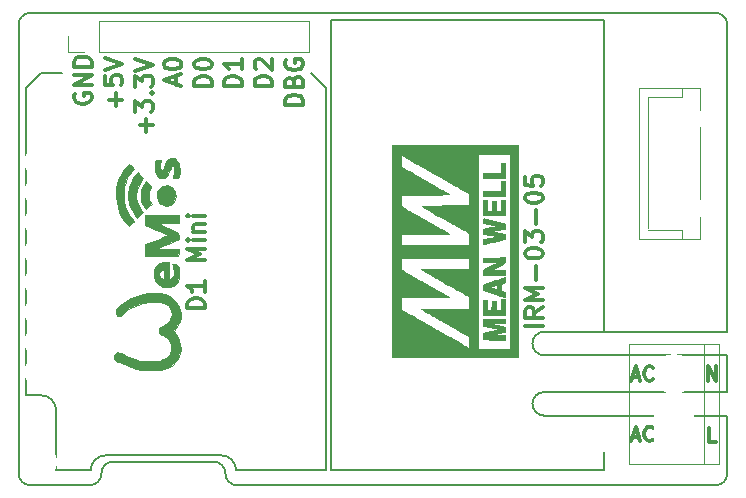
<source format=gbr>
G04 #@! TF.GenerationSoftware,KiCad,Pcbnew,(5.0.2)-1*
G04 #@! TF.CreationDate,2019-01-04T15:23:43-05:00*
G04 #@! TF.ProjectId,HASwitchPlate,48415377-6974-4636-9850-6c6174652e6b,rev?*
G04 #@! TF.SameCoordinates,Original*
G04 #@! TF.FileFunction,Legend,Top*
G04 #@! TF.FilePolarity,Positive*
%FSLAX46Y46*%
G04 Gerber Fmt 4.6, Leading zero omitted, Abs format (unit mm)*
G04 Created by KiCad (PCBNEW (5.0.2)-1) date 1/4/2019 3:23:43 PM*
%MOMM*%
%LPD*%
G01*
G04 APERTURE LIST*
%ADD10C,0.300000*%
%ADD11C,0.200000*%
%ADD12C,0.150000*%
%ADD13C,0.120000*%
%ADD14C,0.010000*%
%ADD15C,2.150000*%
%ADD16R,2.150000X2.150000*%
%ADD17R,2.100000X2.100000*%
%ADD18O,2.100000X2.100000*%
%ADD19C,2.690000*%
%ADD20C,2.200000*%
%ADD21C,2.600000*%
%ADD22R,3.400000X3.400000*%
%ADD23C,3.400000*%
G04 APERTURE END LIST*
D10*
X159045428Y-136356857D02*
X158474000Y-136356857D01*
X158474000Y-135156857D01*
X158331142Y-131142857D02*
X158331142Y-129942857D01*
X159016857Y-131142857D01*
X159016857Y-129942857D01*
D11*
X101905000Y-105080000D02*
X103683000Y-105080000D01*
X107366000Y-137465000D02*
X117145000Y-137465000D01*
X103175000Y-138735000D02*
X106096000Y-138735000D01*
X149530000Y-138735000D02*
X149530000Y-137211000D01*
X126416000Y-138735000D02*
X149530000Y-138735000D01*
X149530000Y-100635000D02*
X149530000Y-126924000D01*
X126416000Y-100635000D02*
X149530000Y-100635000D01*
X126416000Y-138735000D02*
X126416000Y-100635000D01*
X126035000Y-106350000D02*
X124765000Y-105080000D01*
X100635000Y-106350000D02*
X101905000Y-105080000D01*
X100635000Y-132385000D02*
X100635000Y-106350000D01*
X103175000Y-138735000D02*
X103175000Y-133655000D01*
X106096000Y-138735000D02*
G75*
G02X107366000Y-137465000I1270000J0D01*
G01*
X117145000Y-137465000D02*
G75*
G02X118415000Y-138735000I0J-1270000D01*
G01*
X126035000Y-138735000D02*
X118415000Y-138735000D01*
X126035000Y-106350000D02*
X126035000Y-138735000D01*
X101905000Y-132385000D02*
X100635000Y-132385000D01*
X101905000Y-132385000D02*
G75*
G02X103175000Y-133655000I0J-1270000D01*
G01*
D10*
X151946285Y-135900000D02*
X152517714Y-135900000D01*
X151832000Y-136242857D02*
X152232000Y-135042857D01*
X152632000Y-136242857D01*
X153717714Y-136128571D02*
X153660571Y-136185714D01*
X153489142Y-136242857D01*
X153374857Y-136242857D01*
X153203428Y-136185714D01*
X153089142Y-136071428D01*
X153032000Y-135957142D01*
X152974857Y-135728571D01*
X152974857Y-135557142D01*
X153032000Y-135328571D01*
X153089142Y-135214285D01*
X153203428Y-135100000D01*
X153374857Y-135042857D01*
X153489142Y-135042857D01*
X153660571Y-135100000D01*
X153717714Y-135157142D01*
X151946285Y-130800000D02*
X152517714Y-130800000D01*
X151832000Y-131142857D02*
X152232000Y-129942857D01*
X152632000Y-131142857D01*
X153717714Y-131028571D02*
X153660571Y-131085714D01*
X153489142Y-131142857D01*
X153374857Y-131142857D01*
X153203428Y-131085714D01*
X153089142Y-130971428D01*
X153032000Y-130857142D01*
X152974857Y-130628571D01*
X152974857Y-130457142D01*
X153032000Y-130228571D01*
X153089142Y-130114285D01*
X153203428Y-130000000D01*
X153374857Y-129942857D01*
X153489142Y-129942857D01*
X153660571Y-130000000D01*
X153717714Y-130057142D01*
D12*
X160000000Y-101000000D02*
X160000000Y-127000000D01*
X160000000Y-132100000D02*
X160000000Y-129000000D01*
X143500000Y-128000000D02*
G75*
G03X144500000Y-129000000I1000000J0D01*
G01*
X144500000Y-127000000D02*
G75*
G03X143500000Y-128000000I0J-1000000D01*
G01*
X144500000Y-127000000D02*
X160000000Y-127000000D01*
X144500000Y-129000000D02*
X160000000Y-129000000D01*
X118500000Y-140000000D02*
X159000000Y-140000000D01*
X101000000Y-140000000D02*
X106000000Y-140000000D01*
X108000000Y-138000000D02*
X116500000Y-138000000D01*
X117500000Y-139000000D02*
G75*
G03X118500000Y-140000000I1000000J0D01*
G01*
X117500000Y-139000000D02*
G75*
G03X116500000Y-138000000I-1000000J0D01*
G01*
X107998255Y-138000002D02*
G75*
G03X107000000Y-139000000I1745J-999998D01*
G01*
X106000000Y-140000000D02*
G75*
G03X107000000Y-139000000I0J1000000D01*
G01*
X101000000Y-100000000D02*
G75*
G03X100000000Y-101000000I0J-1000000D01*
G01*
X100000000Y-139000000D02*
G75*
G03X101000000Y-140000000I1000000J0D01*
G01*
X159000000Y-140000000D02*
G75*
G03X160000000Y-139000000I0J1000000D01*
G01*
X160000000Y-101000000D02*
G75*
G03X159000000Y-100000000I-1000000J0D01*
G01*
D10*
X144366571Y-126514428D02*
X142866571Y-126514428D01*
X144366571Y-124943000D02*
X143652285Y-125443000D01*
X144366571Y-125800142D02*
X142866571Y-125800142D01*
X142866571Y-125228714D01*
X142938000Y-125085857D01*
X143009428Y-125014428D01*
X143152285Y-124943000D01*
X143366571Y-124943000D01*
X143509428Y-125014428D01*
X143580857Y-125085857D01*
X143652285Y-125228714D01*
X143652285Y-125800142D01*
X144366571Y-124300142D02*
X142866571Y-124300142D01*
X143938000Y-123800142D01*
X142866571Y-123300142D01*
X144366571Y-123300142D01*
X143795142Y-122585857D02*
X143795142Y-121443000D01*
X142866571Y-120443000D02*
X142866571Y-120300142D01*
X142938000Y-120157285D01*
X143009428Y-120085857D01*
X143152285Y-120014428D01*
X143438000Y-119943000D01*
X143795142Y-119943000D01*
X144080857Y-120014428D01*
X144223714Y-120085857D01*
X144295142Y-120157285D01*
X144366571Y-120300142D01*
X144366571Y-120443000D01*
X144295142Y-120585857D01*
X144223714Y-120657285D01*
X144080857Y-120728714D01*
X143795142Y-120800142D01*
X143438000Y-120800142D01*
X143152285Y-120728714D01*
X143009428Y-120657285D01*
X142938000Y-120585857D01*
X142866571Y-120443000D01*
X142866571Y-119443000D02*
X142866571Y-118514428D01*
X143438000Y-119014428D01*
X143438000Y-118800142D01*
X143509428Y-118657285D01*
X143580857Y-118585857D01*
X143723714Y-118514428D01*
X144080857Y-118514428D01*
X144223714Y-118585857D01*
X144295142Y-118657285D01*
X144366571Y-118800142D01*
X144366571Y-119228714D01*
X144295142Y-119371571D01*
X144223714Y-119443000D01*
X143795142Y-117871571D02*
X143795142Y-116728714D01*
X142866571Y-115728714D02*
X142866571Y-115585857D01*
X142938000Y-115443000D01*
X143009428Y-115371571D01*
X143152285Y-115300142D01*
X143438000Y-115228714D01*
X143795142Y-115228714D01*
X144080857Y-115300142D01*
X144223714Y-115371571D01*
X144295142Y-115443000D01*
X144366571Y-115585857D01*
X144366571Y-115728714D01*
X144295142Y-115871571D01*
X144223714Y-115943000D01*
X144080857Y-116014428D01*
X143795142Y-116085857D01*
X143438000Y-116085857D01*
X143152285Y-116014428D01*
X143009428Y-115943000D01*
X142938000Y-115871571D01*
X142866571Y-115728714D01*
X142866571Y-113871571D02*
X142866571Y-114585857D01*
X143580857Y-114657285D01*
X143509428Y-114585857D01*
X143438000Y-114443000D01*
X143438000Y-114085857D01*
X143509428Y-113943000D01*
X143580857Y-113871571D01*
X143723714Y-113800142D01*
X144080857Y-113800142D01*
X144223714Y-113871571D01*
X144295142Y-113943000D01*
X144366571Y-114085857D01*
X144366571Y-114443000D01*
X144295142Y-114585857D01*
X144223714Y-114657285D01*
X115778571Y-125028571D02*
X114278571Y-125028571D01*
X114278571Y-124671428D01*
X114350000Y-124457142D01*
X114492857Y-124314285D01*
X114635714Y-124242857D01*
X114921428Y-124171428D01*
X115135714Y-124171428D01*
X115421428Y-124242857D01*
X115564285Y-124314285D01*
X115707142Y-124457142D01*
X115778571Y-124671428D01*
X115778571Y-125028571D01*
X115778571Y-122742857D02*
X115778571Y-123600000D01*
X115778571Y-123171428D02*
X114278571Y-123171428D01*
X114492857Y-123314285D01*
X114635714Y-123457142D01*
X114707142Y-123600000D01*
X115778571Y-120957142D02*
X114278571Y-120957142D01*
X115350000Y-120457142D01*
X114278571Y-119957142D01*
X115778571Y-119957142D01*
X115778571Y-119242857D02*
X114778571Y-119242857D01*
X114278571Y-119242857D02*
X114350000Y-119314285D01*
X114421428Y-119242857D01*
X114350000Y-119171428D01*
X114278571Y-119242857D01*
X114421428Y-119242857D01*
X114778571Y-118528571D02*
X115778571Y-118528571D01*
X114921428Y-118528571D02*
X114850000Y-118457142D01*
X114778571Y-118314285D01*
X114778571Y-118100000D01*
X114850000Y-117957142D01*
X114992857Y-117885714D01*
X115778571Y-117885714D01*
X115778571Y-117171428D02*
X114778571Y-117171428D01*
X114278571Y-117171428D02*
X114350000Y-117242857D01*
X114421428Y-117171428D01*
X114350000Y-117100000D01*
X114278571Y-117171428D01*
X114421428Y-117171428D01*
X124078571Y-107792857D02*
X122578571Y-107792857D01*
X122578571Y-107435714D01*
X122650000Y-107221428D01*
X122792857Y-107078571D01*
X122935714Y-107007142D01*
X123221428Y-106935714D01*
X123435714Y-106935714D01*
X123721428Y-107007142D01*
X123864285Y-107078571D01*
X124007142Y-107221428D01*
X124078571Y-107435714D01*
X124078571Y-107792857D01*
X123292857Y-105792857D02*
X123364285Y-105578571D01*
X123435714Y-105507142D01*
X123578571Y-105435714D01*
X123792857Y-105435714D01*
X123935714Y-105507142D01*
X124007142Y-105578571D01*
X124078571Y-105721428D01*
X124078571Y-106292857D01*
X122578571Y-106292857D01*
X122578571Y-105792857D01*
X122650000Y-105650000D01*
X122721428Y-105578571D01*
X122864285Y-105507142D01*
X123007142Y-105507142D01*
X123150000Y-105578571D01*
X123221428Y-105650000D01*
X123292857Y-105792857D01*
X123292857Y-106292857D01*
X122650000Y-104007142D02*
X122578571Y-104150000D01*
X122578571Y-104364285D01*
X122650000Y-104578571D01*
X122792857Y-104721428D01*
X122935714Y-104792857D01*
X123221428Y-104864285D01*
X123435714Y-104864285D01*
X123721428Y-104792857D01*
X123864285Y-104721428D01*
X124007142Y-104578571D01*
X124078571Y-104364285D01*
X124078571Y-104221428D01*
X124007142Y-104007142D01*
X123935714Y-103935714D01*
X123435714Y-103935714D01*
X123435714Y-104221428D01*
X121478571Y-106207142D02*
X119978571Y-106207142D01*
X119978571Y-105850000D01*
X120050000Y-105635714D01*
X120192857Y-105492857D01*
X120335714Y-105421428D01*
X120621428Y-105350000D01*
X120835714Y-105350000D01*
X121121428Y-105421428D01*
X121264285Y-105492857D01*
X121407142Y-105635714D01*
X121478571Y-105850000D01*
X121478571Y-106207142D01*
X120121428Y-104778571D02*
X120050000Y-104707142D01*
X119978571Y-104564285D01*
X119978571Y-104207142D01*
X120050000Y-104064285D01*
X120121428Y-103992857D01*
X120264285Y-103921428D01*
X120407142Y-103921428D01*
X120621428Y-103992857D01*
X121478571Y-104850000D01*
X121478571Y-103921428D01*
X118878571Y-106207142D02*
X117378571Y-106207142D01*
X117378571Y-105850000D01*
X117450000Y-105635714D01*
X117592857Y-105492857D01*
X117735714Y-105421428D01*
X118021428Y-105350000D01*
X118235714Y-105350000D01*
X118521428Y-105421428D01*
X118664285Y-105492857D01*
X118807142Y-105635714D01*
X118878571Y-105850000D01*
X118878571Y-106207142D01*
X118878571Y-103921428D02*
X118878571Y-104778571D01*
X118878571Y-104350000D02*
X117378571Y-104350000D01*
X117592857Y-104492857D01*
X117735714Y-104635714D01*
X117807142Y-104778571D01*
X116378571Y-106207142D02*
X114878571Y-106207142D01*
X114878571Y-105850000D01*
X114950000Y-105635714D01*
X115092857Y-105492857D01*
X115235714Y-105421428D01*
X115521428Y-105350000D01*
X115735714Y-105350000D01*
X116021428Y-105421428D01*
X116164285Y-105492857D01*
X116307142Y-105635714D01*
X116378571Y-105850000D01*
X116378571Y-106207142D01*
X114878571Y-104421428D02*
X114878571Y-104278571D01*
X114950000Y-104135714D01*
X115021428Y-104064285D01*
X115164285Y-103992857D01*
X115450000Y-103921428D01*
X115807142Y-103921428D01*
X116092857Y-103992857D01*
X116235714Y-104064285D01*
X116307142Y-104135714D01*
X116378571Y-104278571D01*
X116378571Y-104421428D01*
X116307142Y-104564285D01*
X116235714Y-104635714D01*
X116092857Y-104707142D01*
X115807142Y-104778571D01*
X115450000Y-104778571D01*
X115164285Y-104707142D01*
X115021428Y-104635714D01*
X114950000Y-104564285D01*
X114878571Y-104421428D01*
X113350000Y-106071428D02*
X113350000Y-105357142D01*
X113778571Y-106214285D02*
X112278571Y-105714285D01*
X113778571Y-105214285D01*
X112278571Y-104428571D02*
X112278571Y-104285714D01*
X112350000Y-104142857D01*
X112421428Y-104071428D01*
X112564285Y-104000000D01*
X112850000Y-103928571D01*
X113207142Y-103928571D01*
X113492857Y-104000000D01*
X113635714Y-104071428D01*
X113707142Y-104142857D01*
X113778571Y-104285714D01*
X113778571Y-104428571D01*
X113707142Y-104571428D01*
X113635714Y-104642857D01*
X113492857Y-104714285D01*
X113207142Y-104785714D01*
X112850000Y-104785714D01*
X112564285Y-104714285D01*
X112421428Y-104642857D01*
X112350000Y-104571428D01*
X112278571Y-104428571D01*
X110807142Y-110100000D02*
X110807142Y-108957142D01*
X111378571Y-109528571D02*
X110235714Y-109528571D01*
X109878571Y-108385714D02*
X109878571Y-107457142D01*
X110450000Y-107957142D01*
X110450000Y-107742857D01*
X110521428Y-107600000D01*
X110592857Y-107528571D01*
X110735714Y-107457142D01*
X111092857Y-107457142D01*
X111235714Y-107528571D01*
X111307142Y-107600000D01*
X111378571Y-107742857D01*
X111378571Y-108171428D01*
X111307142Y-108314285D01*
X111235714Y-108385714D01*
X111235714Y-106814285D02*
X111307142Y-106742857D01*
X111378571Y-106814285D01*
X111307142Y-106885714D01*
X111235714Y-106814285D01*
X111378571Y-106814285D01*
X109878571Y-106242857D02*
X109878571Y-105314285D01*
X110450000Y-105814285D01*
X110450000Y-105600000D01*
X110521428Y-105457142D01*
X110592857Y-105385714D01*
X110735714Y-105314285D01*
X111092857Y-105314285D01*
X111235714Y-105385714D01*
X111307142Y-105457142D01*
X111378571Y-105600000D01*
X111378571Y-106028571D01*
X111307142Y-106171428D01*
X111235714Y-106242857D01*
X109878571Y-104885714D02*
X111378571Y-104385714D01*
X109878571Y-103885714D01*
X108207142Y-107928571D02*
X108207142Y-106785714D01*
X108778571Y-107357142D02*
X107635714Y-107357142D01*
X107278571Y-105357142D02*
X107278571Y-106071428D01*
X107992857Y-106142857D01*
X107921428Y-106071428D01*
X107850000Y-105928571D01*
X107850000Y-105571428D01*
X107921428Y-105428571D01*
X107992857Y-105357142D01*
X108135714Y-105285714D01*
X108492857Y-105285714D01*
X108635714Y-105357142D01*
X108707142Y-105428571D01*
X108778571Y-105571428D01*
X108778571Y-105928571D01*
X108707142Y-106071428D01*
X108635714Y-106142857D01*
X107278571Y-104857142D02*
X108778571Y-104357142D01*
X107278571Y-103857142D01*
X104750000Y-106842857D02*
X104678571Y-106985714D01*
X104678571Y-107200000D01*
X104750000Y-107414285D01*
X104892857Y-107557142D01*
X105035714Y-107628571D01*
X105321428Y-107700000D01*
X105535714Y-107700000D01*
X105821428Y-107628571D01*
X105964285Y-107557142D01*
X106107142Y-107414285D01*
X106178571Y-107200000D01*
X106178571Y-107057142D01*
X106107142Y-106842857D01*
X106035714Y-106771428D01*
X105535714Y-106771428D01*
X105535714Y-107057142D01*
X106178571Y-106128571D02*
X104678571Y-106128571D01*
X106178571Y-105271428D01*
X104678571Y-105271428D01*
X106178571Y-104557142D02*
X104678571Y-104557142D01*
X104678571Y-104200000D01*
X104750000Y-103985714D01*
X104892857Y-103842857D01*
X105035714Y-103771428D01*
X105321428Y-103700000D01*
X105535714Y-103700000D01*
X105821428Y-103771428D01*
X105964285Y-103842857D01*
X106107142Y-103985714D01*
X106178571Y-104200000D01*
X106178571Y-104557142D01*
D12*
X143500000Y-133100000D02*
G75*
G03X144500000Y-134100000I1000000J0D01*
G01*
X144500000Y-132100000D02*
G75*
G03X143500000Y-133100000I0J-1000000D01*
G01*
X160000000Y-134100000D02*
X160000000Y-139000000D01*
X144500000Y-134100000D02*
X160000000Y-134100000D01*
X144500000Y-132100000D02*
X160000000Y-132100000D01*
X101000000Y-100000000D02*
X159000000Y-100000000D01*
X100000000Y-101000000D02*
X100000000Y-139000000D01*
D13*
G04 #@! TO.C,J2*
X157700000Y-106400000D02*
X152500000Y-106400000D01*
X152500000Y-106400000D02*
X152500000Y-119120000D01*
X152500000Y-119120000D02*
X157700000Y-119120000D01*
X157700000Y-109700000D02*
X157700000Y-115780000D01*
X157700000Y-106400000D02*
X157700000Y-108200000D01*
X157700000Y-117330000D02*
X157700000Y-119120000D01*
X156200000Y-106400000D02*
X156200000Y-107150000D01*
X156200000Y-107150000D02*
X153250000Y-107150000D01*
X153250000Y-107150000D02*
X153250000Y-112700000D01*
X156200000Y-119120000D02*
X156200000Y-118370000D01*
X156200000Y-118370000D02*
X153250000Y-118370000D01*
X153250000Y-118250000D02*
X153250000Y-112700000D01*
G04 #@! TO.C,J3*
X124610000Y-103330000D02*
X124610000Y-100670000D01*
X106770000Y-103330000D02*
X124610000Y-103330000D01*
X106770000Y-100670000D02*
X124610000Y-100670000D01*
X106770000Y-103330000D02*
X106770000Y-100670000D01*
X105500000Y-103330000D02*
X104170000Y-103330000D01*
X104170000Y-103330000D02*
X104170000Y-102000000D01*
D14*
G04 #@! TO.C,G\002A\002A\002A*
G36*
X108062361Y-128976529D02*
X108123932Y-128870931D01*
X108205602Y-128777385D01*
X108290231Y-128717042D01*
X108335774Y-128705573D01*
X108392862Y-128720521D01*
X108501847Y-128761778D01*
X108650365Y-128824196D01*
X108826050Y-128902625D01*
X108969507Y-128969475D01*
X109298611Y-129122348D01*
X109579488Y-129243725D01*
X109826299Y-129337138D01*
X110053208Y-129406118D01*
X110274374Y-129454195D01*
X110503961Y-129484901D01*
X110756131Y-129501766D01*
X111045045Y-129508322D01*
X111132536Y-129508786D01*
X111381030Y-129507325D01*
X111574108Y-129500618D01*
X111727792Y-129487394D01*
X111858104Y-129466377D01*
X111955352Y-129443348D01*
X112263382Y-129342412D01*
X112506449Y-129219107D01*
X112688995Y-129068463D01*
X112815458Y-128885509D01*
X112890278Y-128665277D01*
X112917895Y-128402797D01*
X112918250Y-128365493D01*
X112898248Y-128107833D01*
X112832700Y-127886201D01*
X112713294Y-127675526D01*
X112669736Y-127615951D01*
X112573205Y-127512380D01*
X112451513Y-127413205D01*
X112324956Y-127332147D01*
X112213827Y-127282923D01*
X112164431Y-127274366D01*
X112086103Y-127251226D01*
X111993067Y-127193611D01*
X111968051Y-127172827D01*
X111895755Y-127097129D01*
X111863391Y-127020499D01*
X111856874Y-126908749D01*
X111856951Y-126903108D01*
X111867478Y-126790744D01*
X111891065Y-126703561D01*
X111903543Y-126681852D01*
X111953882Y-126642253D01*
X112051042Y-126581471D01*
X112177715Y-126510052D01*
X112237670Y-126478322D01*
X112506995Y-126320737D01*
X112709992Y-126159063D01*
X112851831Y-125986564D01*
X112937685Y-125796504D01*
X112972725Y-125582147D01*
X112974144Y-125519057D01*
X112940557Y-125257044D01*
X112845172Y-125022695D01*
X112693264Y-124824876D01*
X112490107Y-124672451D01*
X112461348Y-124657020D01*
X112263566Y-124580746D01*
X112013130Y-124524867D01*
X111726798Y-124492402D01*
X111508169Y-124485220D01*
X111013435Y-124511994D01*
X110536074Y-124590181D01*
X110085014Y-124716731D01*
X109669180Y-124888593D01*
X109297500Y-125102716D01*
X108989723Y-125345933D01*
X108840656Y-125480902D01*
X108728208Y-125572263D01*
X108639412Y-125627991D01*
X108561303Y-125656060D01*
X108480914Y-125664444D01*
X108471705Y-125664507D01*
X108361101Y-125633662D01*
X108287336Y-125544642D01*
X108254180Y-125402721D01*
X108252676Y-125358089D01*
X108280274Y-125185042D01*
X108365045Y-125012286D01*
X108509953Y-124836464D01*
X108717962Y-124654216D01*
X108992038Y-124462186D01*
X109107210Y-124390160D01*
X109540167Y-124163149D01*
X110018300Y-123978842D01*
X110526592Y-123841266D01*
X111050022Y-123754450D01*
X111573574Y-123722420D01*
X111597606Y-123722330D01*
X111999003Y-123743037D01*
X112350401Y-123808132D01*
X112660209Y-123920674D01*
X112936833Y-124083723D01*
X113188683Y-124300338D01*
X113190228Y-124301898D01*
X113363107Y-124497586D01*
X113495607Y-124700723D01*
X113599079Y-124932351D01*
X113684870Y-125213517D01*
X113687630Y-125224272D01*
X113733204Y-125422610D01*
X113753857Y-125579371D01*
X113749821Y-125719960D01*
X113721324Y-125869786D01*
X113694359Y-125968591D01*
X113622046Y-126180312D01*
X113530299Y-126371970D01*
X113405873Y-126568557D01*
X113300526Y-126711695D01*
X113123100Y-126943183D01*
X113268800Y-127135605D01*
X113470150Y-127450961D01*
X113612297Y-127781544D01*
X113695282Y-128119224D01*
X113719144Y-128455868D01*
X113683923Y-128783345D01*
X113589658Y-129093524D01*
X113436391Y-129378271D01*
X113256745Y-129597301D01*
X113036410Y-129798729D01*
X112811201Y-129954417D01*
X112564559Y-130072378D01*
X112279927Y-130160628D01*
X111962449Y-130223730D01*
X111481480Y-130271964D01*
X110971552Y-130269892D01*
X110452732Y-130219322D01*
X109945086Y-130122061D01*
X109542732Y-130005855D01*
X109355178Y-129938825D01*
X109148333Y-129859391D01*
X108934688Y-129772953D01*
X108726733Y-129684910D01*
X108536957Y-129600661D01*
X108377852Y-129525607D01*
X108261906Y-129465147D01*
X108204295Y-129427238D01*
X108107027Y-129303252D01*
X108048119Y-129155253D01*
X108038029Y-129073026D01*
X108062361Y-128976529D01*
X108062361Y-128976529D01*
G37*
X108062361Y-128976529D02*
X108123932Y-128870931D01*
X108205602Y-128777385D01*
X108290231Y-128717042D01*
X108335774Y-128705573D01*
X108392862Y-128720521D01*
X108501847Y-128761778D01*
X108650365Y-128824196D01*
X108826050Y-128902625D01*
X108969507Y-128969475D01*
X109298611Y-129122348D01*
X109579488Y-129243725D01*
X109826299Y-129337138D01*
X110053208Y-129406118D01*
X110274374Y-129454195D01*
X110503961Y-129484901D01*
X110756131Y-129501766D01*
X111045045Y-129508322D01*
X111132536Y-129508786D01*
X111381030Y-129507325D01*
X111574108Y-129500618D01*
X111727792Y-129487394D01*
X111858104Y-129466377D01*
X111955352Y-129443348D01*
X112263382Y-129342412D01*
X112506449Y-129219107D01*
X112688995Y-129068463D01*
X112815458Y-128885509D01*
X112890278Y-128665277D01*
X112917895Y-128402797D01*
X112918250Y-128365493D01*
X112898248Y-128107833D01*
X112832700Y-127886201D01*
X112713294Y-127675526D01*
X112669736Y-127615951D01*
X112573205Y-127512380D01*
X112451513Y-127413205D01*
X112324956Y-127332147D01*
X112213827Y-127282923D01*
X112164431Y-127274366D01*
X112086103Y-127251226D01*
X111993067Y-127193611D01*
X111968051Y-127172827D01*
X111895755Y-127097129D01*
X111863391Y-127020499D01*
X111856874Y-126908749D01*
X111856951Y-126903108D01*
X111867478Y-126790744D01*
X111891065Y-126703561D01*
X111903543Y-126681852D01*
X111953882Y-126642253D01*
X112051042Y-126581471D01*
X112177715Y-126510052D01*
X112237670Y-126478322D01*
X112506995Y-126320737D01*
X112709992Y-126159063D01*
X112851831Y-125986564D01*
X112937685Y-125796504D01*
X112972725Y-125582147D01*
X112974144Y-125519057D01*
X112940557Y-125257044D01*
X112845172Y-125022695D01*
X112693264Y-124824876D01*
X112490107Y-124672451D01*
X112461348Y-124657020D01*
X112263566Y-124580746D01*
X112013130Y-124524867D01*
X111726798Y-124492402D01*
X111508169Y-124485220D01*
X111013435Y-124511994D01*
X110536074Y-124590181D01*
X110085014Y-124716731D01*
X109669180Y-124888593D01*
X109297500Y-125102716D01*
X108989723Y-125345933D01*
X108840656Y-125480902D01*
X108728208Y-125572263D01*
X108639412Y-125627991D01*
X108561303Y-125656060D01*
X108480914Y-125664444D01*
X108471705Y-125664507D01*
X108361101Y-125633662D01*
X108287336Y-125544642D01*
X108254180Y-125402721D01*
X108252676Y-125358089D01*
X108280274Y-125185042D01*
X108365045Y-125012286D01*
X108509953Y-124836464D01*
X108717962Y-124654216D01*
X108992038Y-124462186D01*
X109107210Y-124390160D01*
X109540167Y-124163149D01*
X110018300Y-123978842D01*
X110526592Y-123841266D01*
X111050022Y-123754450D01*
X111573574Y-123722420D01*
X111597606Y-123722330D01*
X111999003Y-123743037D01*
X112350401Y-123808132D01*
X112660209Y-123920674D01*
X112936833Y-124083723D01*
X113188683Y-124300338D01*
X113190228Y-124301898D01*
X113363107Y-124497586D01*
X113495607Y-124700723D01*
X113599079Y-124932351D01*
X113684870Y-125213517D01*
X113687630Y-125224272D01*
X113733204Y-125422610D01*
X113753857Y-125579371D01*
X113749821Y-125719960D01*
X113721324Y-125869786D01*
X113694359Y-125968591D01*
X113622046Y-126180312D01*
X113530299Y-126371970D01*
X113405873Y-126568557D01*
X113300526Y-126711695D01*
X113123100Y-126943183D01*
X113268800Y-127135605D01*
X113470150Y-127450961D01*
X113612297Y-127781544D01*
X113695282Y-128119224D01*
X113719144Y-128455868D01*
X113683923Y-128783345D01*
X113589658Y-129093524D01*
X113436391Y-129378271D01*
X113256745Y-129597301D01*
X113036410Y-129798729D01*
X112811201Y-129954417D01*
X112564559Y-130072378D01*
X112279927Y-130160628D01*
X111962449Y-130223730D01*
X111481480Y-130271964D01*
X110971552Y-130269892D01*
X110452732Y-130219322D01*
X109945086Y-130122061D01*
X109542732Y-130005855D01*
X109355178Y-129938825D01*
X109148333Y-129859391D01*
X108934688Y-129772953D01*
X108726733Y-129684910D01*
X108536957Y-129600661D01*
X108377852Y-129525607D01*
X108261906Y-129465147D01*
X108204295Y-129427238D01*
X108107027Y-129303252D01*
X108048119Y-129155253D01*
X108038029Y-129073026D01*
X108062361Y-128976529D01*
G36*
X111516561Y-113018930D02*
X111519334Y-112967283D01*
X111531162Y-112760815D01*
X111544143Y-112615150D01*
X111563999Y-112519688D01*
X111596450Y-112463829D01*
X111647218Y-112436973D01*
X111722025Y-112428520D01*
X111810464Y-112427887D01*
X111930474Y-112431242D01*
X112019732Y-112439971D01*
X112055287Y-112450310D01*
X112056709Y-112494401D01*
X112029162Y-112566615D01*
X111978479Y-112703834D01*
X111953659Y-112856811D01*
X111952959Y-113009959D01*
X111974635Y-113147686D01*
X112016944Y-113254405D01*
X112078141Y-113314525D01*
X112113688Y-113322253D01*
X112166262Y-113309706D01*
X112215981Y-113265752D01*
X112268847Y-113180926D01*
X112330864Y-113045763D01*
X112401050Y-112869106D01*
X112497964Y-112643279D01*
X112595816Y-112480297D01*
X112703517Y-112371898D01*
X112829981Y-112309825D01*
X112984119Y-112285816D01*
X113031523Y-112284789D01*
X113133498Y-112290713D01*
X113210263Y-112317140D01*
X113289069Y-112377050D01*
X113351311Y-112437108D01*
X113489204Y-112613330D01*
X113562835Y-112785910D01*
X113606789Y-112980999D01*
X113633057Y-113201541D01*
X113640442Y-113422129D01*
X113627744Y-113617358D01*
X113607011Y-113722722D01*
X113560379Y-113863025D01*
X113506899Y-113946790D01*
X113428797Y-113988187D01*
X113308296Y-114001388D01*
X113256747Y-114001972D01*
X113146183Y-113999535D01*
X113079170Y-113984072D01*
X113050903Y-113943354D01*
X113056579Y-113865151D01*
X113091395Y-113737235D01*
X113118490Y-113649982D01*
X113166489Y-113456722D01*
X113187217Y-113279633D01*
X113180311Y-113134033D01*
X113145409Y-113035239D01*
X113133360Y-113020724D01*
X113060347Y-112968107D01*
X112993553Y-112967965D01*
X112928954Y-113024472D01*
X112862527Y-113141801D01*
X112790248Y-113324123D01*
X112762371Y-113405419D01*
X112672336Y-113636346D01*
X112573233Y-113803570D01*
X112456317Y-113914934D01*
X112312845Y-113978283D01*
X112134072Y-114001461D01*
X112097367Y-114001972D01*
X111938314Y-113971011D01*
X111798349Y-113876379D01*
X111674458Y-113715452D01*
X111598150Y-113567472D01*
X111553610Y-113463455D01*
X111525938Y-113377586D01*
X111512377Y-113288871D01*
X111510170Y-113176317D01*
X111516561Y-113018930D01*
X111516561Y-113018930D01*
G37*
X111516561Y-113018930D02*
X111519334Y-112967283D01*
X111531162Y-112760815D01*
X111544143Y-112615150D01*
X111563999Y-112519688D01*
X111596450Y-112463829D01*
X111647218Y-112436973D01*
X111722025Y-112428520D01*
X111810464Y-112427887D01*
X111930474Y-112431242D01*
X112019732Y-112439971D01*
X112055287Y-112450310D01*
X112056709Y-112494401D01*
X112029162Y-112566615D01*
X111978479Y-112703834D01*
X111953659Y-112856811D01*
X111952959Y-113009959D01*
X111974635Y-113147686D01*
X112016944Y-113254405D01*
X112078141Y-113314525D01*
X112113688Y-113322253D01*
X112166262Y-113309706D01*
X112215981Y-113265752D01*
X112268847Y-113180926D01*
X112330864Y-113045763D01*
X112401050Y-112869106D01*
X112497964Y-112643279D01*
X112595816Y-112480297D01*
X112703517Y-112371898D01*
X112829981Y-112309825D01*
X112984119Y-112285816D01*
X113031523Y-112284789D01*
X113133498Y-112290713D01*
X113210263Y-112317140D01*
X113289069Y-112377050D01*
X113351311Y-112437108D01*
X113489204Y-112613330D01*
X113562835Y-112785910D01*
X113606789Y-112980999D01*
X113633057Y-113201541D01*
X113640442Y-113422129D01*
X113627744Y-113617358D01*
X113607011Y-113722722D01*
X113560379Y-113863025D01*
X113506899Y-113946790D01*
X113428797Y-113988187D01*
X113308296Y-114001388D01*
X113256747Y-114001972D01*
X113146183Y-113999535D01*
X113079170Y-113984072D01*
X113050903Y-113943354D01*
X113056579Y-113865151D01*
X113091395Y-113737235D01*
X113118490Y-113649982D01*
X113166489Y-113456722D01*
X113187217Y-113279633D01*
X113180311Y-113134033D01*
X113145409Y-113035239D01*
X113133360Y-113020724D01*
X113060347Y-112968107D01*
X112993553Y-112967965D01*
X112928954Y-113024472D01*
X112862527Y-113141801D01*
X112790248Y-113324123D01*
X112762371Y-113405419D01*
X112672336Y-113636346D01*
X112573233Y-113803570D01*
X112456317Y-113914934D01*
X112312845Y-113978283D01*
X112134072Y-114001461D01*
X112097367Y-114001972D01*
X111938314Y-113971011D01*
X111798349Y-113876379D01*
X111674458Y-113715452D01*
X111598150Y-113567472D01*
X111553610Y-113463455D01*
X111525938Y-113377586D01*
X111512377Y-113288871D01*
X111510170Y-113176317D01*
X111516561Y-113018930D01*
G36*
X111482491Y-121883805D02*
X111530475Y-121623776D01*
X111624880Y-121417037D01*
X111767244Y-121261771D01*
X111959106Y-121156159D01*
X112202004Y-121098385D01*
X112421765Y-121085352D01*
X112688733Y-121085352D01*
X112693733Y-121666690D01*
X112694957Y-121874624D01*
X112695057Y-122067380D01*
X112694101Y-122229134D01*
X112692158Y-122344064D01*
X112690657Y-122382183D01*
X112690002Y-122470007D01*
X112712301Y-122507716D01*
X112772298Y-122516273D01*
X112785020Y-122516338D01*
X112925558Y-122482310D01*
X113044370Y-122386153D01*
X113100345Y-122301295D01*
X113138385Y-122173993D01*
X113152157Y-122001158D01*
X113142141Y-121804391D01*
X113108817Y-121605290D01*
X113082715Y-121508891D01*
X113046660Y-121392834D01*
X113020922Y-121308015D01*
X113011166Y-121273169D01*
X113043259Y-121268262D01*
X113126498Y-121265013D01*
X113206640Y-121264225D01*
X113339916Y-121275141D01*
X113430459Y-121316764D01*
X113493937Y-121402407D01*
X113546019Y-121545386D01*
X113548806Y-121554977D01*
X113571343Y-121671651D01*
X113588372Y-121833101D01*
X113599086Y-122016868D01*
X113602675Y-122200495D01*
X113598330Y-122361524D01*
X113585243Y-122477497D01*
X113582467Y-122489653D01*
X113520124Y-122672024D01*
X113433720Y-122840591D01*
X113335209Y-122975134D01*
X113253459Y-123046087D01*
X113033665Y-123146717D01*
X112775946Y-123208912D01*
X112506059Y-123226854D01*
X112461121Y-123225101D01*
X112240106Y-123194710D01*
X112240106Y-122508892D01*
X112271472Y-122483548D01*
X112287921Y-122411776D01*
X112294237Y-122284826D01*
X112295212Y-122122817D01*
X112294310Y-121950379D01*
X112290170Y-121837162D01*
X112280637Y-121770846D01*
X112263557Y-121739111D01*
X112236776Y-121729638D01*
X112226407Y-121729296D01*
X112132768Y-121759313D01*
X112035527Y-121835369D01*
X111956105Y-121936473D01*
X111917465Y-122032059D01*
X111922578Y-122182611D01*
X111984111Y-122327337D01*
X112089912Y-122439998D01*
X112113493Y-122455304D01*
X112189041Y-122496560D01*
X112240106Y-122508892D01*
X112240106Y-123194710D01*
X112218214Y-123191699D01*
X112017970Y-123115761D01*
X111840044Y-122988648D01*
X111788094Y-122939361D01*
X111645740Y-122772259D01*
X111552227Y-122596301D01*
X111498761Y-122390396D01*
X111479390Y-122198942D01*
X111482491Y-121883805D01*
X111482491Y-121883805D01*
G37*
X111482491Y-121883805D02*
X111530475Y-121623776D01*
X111624880Y-121417037D01*
X111767244Y-121261771D01*
X111959106Y-121156159D01*
X112202004Y-121098385D01*
X112421765Y-121085352D01*
X112688733Y-121085352D01*
X112693733Y-121666690D01*
X112694957Y-121874624D01*
X112695057Y-122067380D01*
X112694101Y-122229134D01*
X112692158Y-122344064D01*
X112690657Y-122382183D01*
X112690002Y-122470007D01*
X112712301Y-122507716D01*
X112772298Y-122516273D01*
X112785020Y-122516338D01*
X112925558Y-122482310D01*
X113044370Y-122386153D01*
X113100345Y-122301295D01*
X113138385Y-122173993D01*
X113152157Y-122001158D01*
X113142141Y-121804391D01*
X113108817Y-121605290D01*
X113082715Y-121508891D01*
X113046660Y-121392834D01*
X113020922Y-121308015D01*
X113011166Y-121273169D01*
X113043259Y-121268262D01*
X113126498Y-121265013D01*
X113206640Y-121264225D01*
X113339916Y-121275141D01*
X113430459Y-121316764D01*
X113493937Y-121402407D01*
X113546019Y-121545386D01*
X113548806Y-121554977D01*
X113571343Y-121671651D01*
X113588372Y-121833101D01*
X113599086Y-122016868D01*
X113602675Y-122200495D01*
X113598330Y-122361524D01*
X113585243Y-122477497D01*
X113582467Y-122489653D01*
X113520124Y-122672024D01*
X113433720Y-122840591D01*
X113335209Y-122975134D01*
X113253459Y-123046087D01*
X113033665Y-123146717D01*
X112775946Y-123208912D01*
X112506059Y-123226854D01*
X112461121Y-123225101D01*
X112240106Y-123194710D01*
X112240106Y-122508892D01*
X112271472Y-122483548D01*
X112287921Y-122411776D01*
X112294237Y-122284826D01*
X112295212Y-122122817D01*
X112294310Y-121950379D01*
X112290170Y-121837162D01*
X112280637Y-121770846D01*
X112263557Y-121739111D01*
X112236776Y-121729638D01*
X112226407Y-121729296D01*
X112132768Y-121759313D01*
X112035527Y-121835369D01*
X111956105Y-121936473D01*
X111917465Y-122032059D01*
X111922578Y-122182611D01*
X111984111Y-122327337D01*
X112089912Y-122439998D01*
X112113493Y-122455304D01*
X112189041Y-122496560D01*
X112240106Y-122508892D01*
X112240106Y-123194710D01*
X112218214Y-123191699D01*
X112017970Y-123115761D01*
X111840044Y-122988648D01*
X111788094Y-122939361D01*
X111645740Y-122772259D01*
X111552227Y-122596301D01*
X111498761Y-122390396D01*
X111479390Y-122198942D01*
X111482491Y-121883805D01*
G36*
X112129263Y-117114366D02*
X112487171Y-117114615D01*
X112780042Y-117115535D01*
X113014391Y-117117382D01*
X113196728Y-117120415D01*
X113333566Y-117124889D01*
X113431418Y-117131064D01*
X113496796Y-117139195D01*
X113536211Y-117149540D01*
X113556177Y-117162357D01*
X113561384Y-117170954D01*
X113571711Y-117232261D01*
X113579376Y-117343290D01*
X113582986Y-117482226D01*
X113583099Y-117511508D01*
X113583099Y-117795474D01*
X112626127Y-117771947D01*
X112374635Y-117766769D01*
X112149848Y-117764075D01*
X111960675Y-117763815D01*
X111816025Y-117765936D01*
X111724808Y-117770386D01*
X111695933Y-117777115D01*
X111696120Y-117777348D01*
X111734736Y-117798931D01*
X111830162Y-117845306D01*
X111973715Y-117912458D01*
X112156711Y-117996375D01*
X112370467Y-118093041D01*
X112606299Y-118198443D01*
X112626261Y-118207311D01*
X113529437Y-118608345D01*
X113538939Y-118871989D01*
X113548442Y-119135634D01*
X112616118Y-119544142D01*
X112375215Y-119650431D01*
X112156132Y-119748500D01*
X111967336Y-119834446D01*
X111817294Y-119904365D01*
X111714470Y-119954357D01*
X111667330Y-119980518D01*
X111665420Y-119982382D01*
X111694637Y-119990255D01*
X111786353Y-119997345D01*
X111931520Y-120003365D01*
X112121087Y-120008024D01*
X112346008Y-120011037D01*
X112597233Y-120012113D01*
X113550218Y-120012113D01*
X113539827Y-120307253D01*
X113529437Y-120602394D01*
X113028592Y-120611179D01*
X112843906Y-120612576D01*
X112605940Y-120611594D01*
X112332916Y-120608465D01*
X112043056Y-120603423D01*
X111754581Y-120596703D01*
X111633381Y-120593291D01*
X110739014Y-120566620D01*
X110739014Y-119611379D01*
X111680606Y-119234703D01*
X111966027Y-119118920D01*
X112202574Y-119019614D01*
X112386361Y-118938543D01*
X112513502Y-118877461D01*
X112580111Y-118838125D01*
X112588639Y-118824470D01*
X112548594Y-118801039D01*
X112452290Y-118751642D01*
X112308347Y-118680487D01*
X112125381Y-118591784D01*
X111912009Y-118489741D01*
X111676848Y-118378567D01*
X111647048Y-118364566D01*
X110739014Y-117938220D01*
X110718856Y-117114366D01*
X112129263Y-117114366D01*
X112129263Y-117114366D01*
G37*
X112129263Y-117114366D02*
X112487171Y-117114615D01*
X112780042Y-117115535D01*
X113014391Y-117117382D01*
X113196728Y-117120415D01*
X113333566Y-117124889D01*
X113431418Y-117131064D01*
X113496796Y-117139195D01*
X113536211Y-117149540D01*
X113556177Y-117162357D01*
X113561384Y-117170954D01*
X113571711Y-117232261D01*
X113579376Y-117343290D01*
X113582986Y-117482226D01*
X113583099Y-117511508D01*
X113583099Y-117795474D01*
X112626127Y-117771947D01*
X112374635Y-117766769D01*
X112149848Y-117764075D01*
X111960675Y-117763815D01*
X111816025Y-117765936D01*
X111724808Y-117770386D01*
X111695933Y-117777115D01*
X111696120Y-117777348D01*
X111734736Y-117798931D01*
X111830162Y-117845306D01*
X111973715Y-117912458D01*
X112156711Y-117996375D01*
X112370467Y-118093041D01*
X112606299Y-118198443D01*
X112626261Y-118207311D01*
X113529437Y-118608345D01*
X113538939Y-118871989D01*
X113548442Y-119135634D01*
X112616118Y-119544142D01*
X112375215Y-119650431D01*
X112156132Y-119748500D01*
X111967336Y-119834446D01*
X111817294Y-119904365D01*
X111714470Y-119954357D01*
X111667330Y-119980518D01*
X111665420Y-119982382D01*
X111694637Y-119990255D01*
X111786353Y-119997345D01*
X111931520Y-120003365D01*
X112121087Y-120008024D01*
X112346008Y-120011037D01*
X112597233Y-120012113D01*
X113550218Y-120012113D01*
X113539827Y-120307253D01*
X113529437Y-120602394D01*
X113028592Y-120611179D01*
X112843906Y-120612576D01*
X112605940Y-120611594D01*
X112332916Y-120608465D01*
X112043056Y-120603423D01*
X111754581Y-120596703D01*
X111633381Y-120593291D01*
X110739014Y-120566620D01*
X110739014Y-119611379D01*
X111680606Y-119234703D01*
X111966027Y-119118920D01*
X112202574Y-119019614D01*
X112386361Y-118938543D01*
X112513502Y-118877461D01*
X112580111Y-118838125D01*
X112588639Y-118824470D01*
X112548594Y-118801039D01*
X112452290Y-118751642D01*
X112308347Y-118680487D01*
X112125381Y-118591784D01*
X111912009Y-118489741D01*
X111676848Y-118378567D01*
X111647048Y-118364566D01*
X110739014Y-117938220D01*
X110718856Y-117114366D01*
X112129263Y-117114366D01*
G36*
X111740444Y-115212315D02*
X111823017Y-114993406D01*
X111956598Y-114819062D01*
X112136388Y-114694397D01*
X112357587Y-114624529D01*
X112520228Y-114610926D01*
X112752792Y-114640224D01*
X112947357Y-114729617D01*
X113101084Y-114876507D01*
X113211521Y-115074221D01*
X113276592Y-115305431D01*
X113292485Y-115545824D01*
X113255388Y-115771088D01*
X113245860Y-115799720D01*
X113135676Y-116018214D01*
X112982596Y-116180045D01*
X112789253Y-116283326D01*
X112558279Y-116326171D01*
X112509859Y-116327324D01*
X112269010Y-116296427D01*
X112065777Y-116206896D01*
X111904567Y-116063470D01*
X111789784Y-115870890D01*
X111725834Y-115633894D01*
X111713679Y-115470671D01*
X111740444Y-115212315D01*
X111740444Y-115212315D01*
G37*
X111740444Y-115212315D02*
X111823017Y-114993406D01*
X111956598Y-114819062D01*
X112136388Y-114694397D01*
X112357587Y-114624529D01*
X112520228Y-114610926D01*
X112752792Y-114640224D01*
X112947357Y-114729617D01*
X113101084Y-114876507D01*
X113211521Y-115074221D01*
X113276592Y-115305431D01*
X113292485Y-115545824D01*
X113255388Y-115771088D01*
X113245860Y-115799720D01*
X113135676Y-116018214D01*
X112982596Y-116180045D01*
X112789253Y-116283326D01*
X112558279Y-116326171D01*
X112509859Y-116327324D01*
X112269010Y-116296427D01*
X112065777Y-116206896D01*
X111904567Y-116063470D01*
X111789784Y-115870890D01*
X111725834Y-115633894D01*
X111713679Y-115470671D01*
X111740444Y-115212315D01*
G36*
X110339690Y-115298927D02*
X110398353Y-114986742D01*
X110505778Y-114691399D01*
X110658046Y-114431237D01*
X110713297Y-114361122D01*
X110818265Y-114237314D01*
X111029062Y-114465000D01*
X111123673Y-114569732D01*
X111195774Y-114654395D01*
X111234259Y-114705735D01*
X111237748Y-114714019D01*
X111222031Y-114754724D01*
X111182923Y-114840636D01*
X111130424Y-114950000D01*
X111076032Y-115071034D01*
X111044181Y-115177236D01*
X111029151Y-115296817D01*
X111025220Y-115457988D01*
X111025212Y-115468732D01*
X111028018Y-115627469D01*
X111040293Y-115741101D01*
X111067820Y-115835979D01*
X111116381Y-115938452D01*
X111136452Y-115975593D01*
X111247693Y-116178369D01*
X111025548Y-116398540D01*
X110803403Y-116618710D01*
X110708272Y-116505653D01*
X110526118Y-116238620D01*
X110396581Y-115940396D01*
X110384325Y-115900479D01*
X110333708Y-115609619D01*
X110339690Y-115298927D01*
X110339690Y-115298927D01*
G37*
X110339690Y-115298927D02*
X110398353Y-114986742D01*
X110505778Y-114691399D01*
X110658046Y-114431237D01*
X110713297Y-114361122D01*
X110818265Y-114237314D01*
X111029062Y-114465000D01*
X111123673Y-114569732D01*
X111195774Y-114654395D01*
X111234259Y-114705735D01*
X111237748Y-114714019D01*
X111222031Y-114754724D01*
X111182923Y-114840636D01*
X111130424Y-114950000D01*
X111076032Y-115071034D01*
X111044181Y-115177236D01*
X111029151Y-115296817D01*
X111025220Y-115457988D01*
X111025212Y-115468732D01*
X111028018Y-115627469D01*
X111040293Y-115741101D01*
X111067820Y-115835979D01*
X111116381Y-115938452D01*
X111136452Y-115975593D01*
X111247693Y-116178369D01*
X111025548Y-116398540D01*
X110803403Y-116618710D01*
X110708272Y-116505653D01*
X110526118Y-116238620D01*
X110396581Y-115940396D01*
X110384325Y-115900479D01*
X110333708Y-115609619D01*
X110339690Y-115298927D01*
G36*
X109315224Y-114893623D02*
X109423731Y-114502689D01*
X109474486Y-114370766D01*
X109557010Y-114198546D01*
X109665368Y-114009449D01*
X109786104Y-113824127D01*
X109905757Y-113663233D01*
X110010870Y-113547417D01*
X110011266Y-113547052D01*
X110097114Y-113467765D01*
X110304572Y-113699710D01*
X110396449Y-113806643D01*
X110464580Y-113894066D01*
X110498623Y-113948338D01*
X110500311Y-113957875D01*
X110477501Y-113998886D01*
X110427216Y-114084754D01*
X110359053Y-114199141D01*
X110337081Y-114235699D01*
X110149908Y-114603837D01*
X110026711Y-114976076D01*
X109967335Y-115346241D01*
X109971627Y-115708157D01*
X110039433Y-116055650D01*
X110170599Y-116382544D01*
X110364973Y-116682665D01*
X110398981Y-116724291D01*
X110537242Y-116888723D01*
X110293142Y-117130953D01*
X110049043Y-117373182D01*
X109883706Y-117163281D01*
X109727381Y-116938821D01*
X109577760Y-116677079D01*
X109447873Y-116403912D01*
X109350753Y-116145174D01*
X109324669Y-116054138D01*
X109264239Y-115685678D01*
X109261575Y-115293396D01*
X109315224Y-114893623D01*
X109315224Y-114893623D01*
G37*
X109315224Y-114893623D02*
X109423731Y-114502689D01*
X109474486Y-114370766D01*
X109557010Y-114198546D01*
X109665368Y-114009449D01*
X109786104Y-113824127D01*
X109905757Y-113663233D01*
X110010870Y-113547417D01*
X110011266Y-113547052D01*
X110097114Y-113467765D01*
X110304572Y-113699710D01*
X110396449Y-113806643D01*
X110464580Y-113894066D01*
X110498623Y-113948338D01*
X110500311Y-113957875D01*
X110477501Y-113998886D01*
X110427216Y-114084754D01*
X110359053Y-114199141D01*
X110337081Y-114235699D01*
X110149908Y-114603837D01*
X110026711Y-114976076D01*
X109967335Y-115346241D01*
X109971627Y-115708157D01*
X110039433Y-116055650D01*
X110170599Y-116382544D01*
X110364973Y-116682665D01*
X110398981Y-116724291D01*
X110537242Y-116888723D01*
X110293142Y-117130953D01*
X110049043Y-117373182D01*
X109883706Y-117163281D01*
X109727381Y-116938821D01*
X109577760Y-116677079D01*
X109447873Y-116403912D01*
X109350753Y-116145174D01*
X109324669Y-116054138D01*
X109264239Y-115685678D01*
X109261575Y-115293396D01*
X109315224Y-114893623D01*
G36*
X108269572Y-114824844D02*
X108320972Y-114556479D01*
X108452211Y-114149833D01*
X108635321Y-113746593D01*
X108859296Y-113367314D01*
X109113127Y-113032554D01*
X109172491Y-112966266D01*
X109343803Y-112781153D01*
X109555612Y-112996304D01*
X109767420Y-113211454D01*
X109627161Y-113347752D01*
X109398301Y-113618024D01*
X109209255Y-113942219D01*
X109062500Y-114313225D01*
X108960511Y-114723933D01*
X108905763Y-115167232D01*
X108896620Y-115446136D01*
X108929449Y-115924042D01*
X109028647Y-116376498D01*
X109195282Y-116806656D01*
X109430420Y-117217665D01*
X109556408Y-117393979D01*
X109643120Y-117508993D01*
X109710341Y-117599788D01*
X109748540Y-117653409D01*
X109753772Y-117662288D01*
X109728175Y-117687113D01*
X109661319Y-117747406D01*
X109565959Y-117831712D01*
X109531516Y-117861884D01*
X109310700Y-118054894D01*
X109137849Y-117861884D01*
X108956763Y-117634337D01*
X108778668Y-117365540D01*
X108621169Y-117084282D01*
X108504306Y-116825709D01*
X108383294Y-116446710D01*
X108297855Y-116039062D01*
X108249449Y-115620827D01*
X108239535Y-115210068D01*
X108269572Y-114824844D01*
X108269572Y-114824844D01*
G37*
X108269572Y-114824844D02*
X108320972Y-114556479D01*
X108452211Y-114149833D01*
X108635321Y-113746593D01*
X108859296Y-113367314D01*
X109113127Y-113032554D01*
X109172491Y-112966266D01*
X109343803Y-112781153D01*
X109555612Y-112996304D01*
X109767420Y-113211454D01*
X109627161Y-113347752D01*
X109398301Y-113618024D01*
X109209255Y-113942219D01*
X109062500Y-114313225D01*
X108960511Y-114723933D01*
X108905763Y-115167232D01*
X108896620Y-115446136D01*
X108929449Y-115924042D01*
X109028647Y-116376498D01*
X109195282Y-116806656D01*
X109430420Y-117217665D01*
X109556408Y-117393979D01*
X109643120Y-117508993D01*
X109710341Y-117599788D01*
X109748540Y-117653409D01*
X109753772Y-117662288D01*
X109728175Y-117687113D01*
X109661319Y-117747406D01*
X109565959Y-117831712D01*
X109531516Y-117861884D01*
X109310700Y-118054894D01*
X109137849Y-117861884D01*
X108956763Y-117634337D01*
X108778668Y-117365540D01*
X108621169Y-117084282D01*
X108504306Y-116825709D01*
X108383294Y-116446710D01*
X108297855Y-116039062D01*
X108249449Y-115620827D01*
X108239535Y-115210068D01*
X108269572Y-114824844D01*
G36*
X142283303Y-111172151D02*
X142283303Y-129183060D01*
X138865848Y-129183060D01*
X138865848Y-128444151D01*
X141575181Y-128444151D01*
X141575181Y-111941848D01*
X138865848Y-111941848D01*
X138865848Y-128444151D01*
X138865848Y-129183060D01*
X138126939Y-129183060D01*
X138126939Y-128385402D01*
X138126421Y-127381970D01*
X137980438Y-127301989D01*
X137881893Y-127247313D01*
X137754859Y-127175900D01*
X137624205Y-127101743D01*
X137603545Y-127089940D01*
X137301905Y-126917734D01*
X137043018Y-126770659D01*
X136816452Y-126642813D01*
X136611775Y-126528297D01*
X136541363Y-126489155D01*
X136443311Y-126433647D01*
X136325360Y-126365383D01*
X136255220Y-126324119D01*
X136167434Y-126273347D01*
X136102673Y-126238329D01*
X136077530Y-126227424D01*
X136044859Y-126212491D01*
X135979839Y-126174878D01*
X135948036Y-126155228D01*
X135872204Y-126109456D01*
X135759959Y-126044037D01*
X135628789Y-125969093D01*
X135540757Y-125919556D01*
X135409177Y-125845784D01*
X135289507Y-125778062D01*
X135168143Y-125708565D01*
X135031478Y-125629468D01*
X134865908Y-125532944D01*
X134709484Y-125441426D01*
X134593297Y-125374842D01*
X134453506Y-125296792D01*
X134324636Y-125226479D01*
X134219127Y-125168490D01*
X134133907Y-125119247D01*
X134084404Y-125087725D01*
X134079872Y-125084090D01*
X134104603Y-125079405D01*
X134186297Y-125075010D01*
X134320346Y-125070968D01*
X134502138Y-125067339D01*
X134727062Y-125064184D01*
X134990507Y-125061565D01*
X135287863Y-125059542D01*
X135614519Y-125058177D01*
X135965863Y-125057530D01*
X136089508Y-125057485D01*
X138128393Y-125057485D01*
X138111545Y-124001367D01*
X137957606Y-123917798D01*
X137847869Y-123857133D01*
X137740867Y-123796262D01*
X137695909Y-123769907D01*
X137615245Y-123723006D01*
X137503470Y-123659574D01*
X137383506Y-123592607D01*
X137372636Y-123586600D01*
X137292865Y-123542387D01*
X137199578Y-123490324D01*
X137087363Y-123427358D01*
X136950810Y-123350433D01*
X136784508Y-123256496D01*
X136583044Y-123142492D01*
X136341008Y-123005366D01*
X136052988Y-122842064D01*
X135925606Y-122769815D01*
X135703993Y-122644420D01*
X135532159Y-122547920D01*
X135406585Y-122478376D01*
X135323751Y-122433850D01*
X135280137Y-122412403D01*
X135271852Y-122409727D01*
X135239472Y-122393946D01*
X135180137Y-122355678D01*
X135176055Y-122352850D01*
X135103957Y-122306676D01*
X135003130Y-122246845D01*
X134925000Y-122202737D01*
X134672385Y-122063002D01*
X134470308Y-121949676D01*
X134314858Y-121860417D01*
X134202122Y-121792879D01*
X134128188Y-121744720D01*
X134089145Y-121713595D01*
X134081076Y-121697168D01*
X134113866Y-121692639D01*
X134203082Y-121688356D01*
X134343573Y-121684386D01*
X134530188Y-121680796D01*
X134757777Y-121677652D01*
X135021190Y-121675022D01*
X135315276Y-121672972D01*
X135634885Y-121671568D01*
X135974866Y-121670879D01*
X136112150Y-121670818D01*
X138126939Y-121670818D01*
X138126939Y-120747182D01*
X138126939Y-119700710D01*
X138126939Y-118637292D01*
X137980697Y-118556920D01*
X137881951Y-118502065D01*
X137754727Y-118430593D01*
X137623962Y-118356524D01*
X137603545Y-118344895D01*
X137463988Y-118265983D01*
X137300738Y-118174647D01*
X137144195Y-118087878D01*
X137110939Y-118069587D01*
X136973489Y-117993193D01*
X136834524Y-117914397D01*
X136717714Y-117846667D01*
X136686251Y-117827951D01*
X136598605Y-117776584D01*
X136533875Y-117741108D01*
X136508560Y-117729970D01*
X136475938Y-117714968D01*
X136411008Y-117677179D01*
X136379067Y-117657320D01*
X136316552Y-117619764D01*
X136210696Y-117558363D01*
X136072013Y-117479121D01*
X135911019Y-117388044D01*
X135738227Y-117291138D01*
X135725484Y-117284025D01*
X135544693Y-117182931D01*
X135367712Y-117083586D01*
X135207106Y-116993069D01*
X135075437Y-116918462D01*
X134986575Y-116867601D01*
X134856737Y-116793395D01*
X134718765Y-116715945D01*
X134617121Y-116659986D01*
X134412062Y-116546661D01*
X134261265Y-116458437D01*
X134163208Y-116394346D01*
X134116369Y-116353420D01*
X134112556Y-116338957D01*
X134145232Y-116334604D01*
X134234316Y-116330489D01*
X134374639Y-116326677D01*
X134561033Y-116323231D01*
X134788330Y-116320218D01*
X135051361Y-116317701D01*
X135344958Y-116315745D01*
X135663953Y-116314415D01*
X136003178Y-116313776D01*
X136127544Y-116313727D01*
X138126939Y-116313727D01*
X138126939Y-115278344D01*
X138012962Y-115223992D01*
X137931763Y-115181747D01*
X137819874Y-115119060D01*
X137698856Y-115048073D01*
X137674820Y-115033563D01*
X137570903Y-114971739D01*
X137487717Y-114924596D01*
X137438621Y-114899614D01*
X137431791Y-114897485D01*
X137395877Y-114881573D01*
X137334711Y-114843034D01*
X137331207Y-114840607D01*
X137259140Y-114794412D01*
X137158355Y-114734499D01*
X137080151Y-114690244D01*
X136968596Y-114628173D01*
X136831142Y-114551009D01*
X136695341Y-114474227D01*
X136679909Y-114465457D01*
X136464189Y-114342807D01*
X136291881Y-114244882D01*
X136152877Y-114165952D01*
X136037071Y-114100288D01*
X135934356Y-114042160D01*
X135834627Y-113985839D01*
X135727776Y-113925595D01*
X135704131Y-113912273D01*
X135565415Y-113834255D01*
X135430754Y-113758754D01*
X135318612Y-113696108D01*
X135264350Y-113665970D01*
X135156765Y-113605259D01*
X135050733Y-113543536D01*
X135017363Y-113523533D01*
X134970183Y-113495141D01*
X134918695Y-113464921D01*
X134853925Y-113427796D01*
X134766899Y-113378685D01*
X134648644Y-113312511D01*
X134490185Y-113224192D01*
X134388820Y-113167774D01*
X134283681Y-113108387D01*
X134197898Y-113058315D01*
X134147173Y-113026760D01*
X134142517Y-113023404D01*
X134099126Y-112995546D01*
X134020132Y-112949334D01*
X133939787Y-112904283D01*
X133828098Y-112842391D01*
X133690483Y-112765565D01*
X133554584Y-112689239D01*
X133539545Y-112680757D01*
X133405724Y-112605504D01*
X133266837Y-112527822D01*
X133150528Y-112463170D01*
X133139303Y-112456968D01*
X133033741Y-112396777D01*
X132937923Y-112338940D01*
X132888247Y-112306605D01*
X132827038Y-112267300D01*
X132790397Y-112249786D01*
X132789541Y-112249727D01*
X132755822Y-112235300D01*
X132686466Y-112198044D01*
X132621950Y-112160926D01*
X132518184Y-112099407D01*
X132443379Y-112060145D01*
X132392818Y-112049140D01*
X132361783Y-112072391D01*
X132345556Y-112135897D01*
X132339420Y-112245657D01*
X132338656Y-112407670D01*
X132338818Y-112520974D01*
X132340419Y-112725641D01*
X132345507Y-112874613D01*
X132354512Y-112973695D01*
X132367862Y-113028691D01*
X132377303Y-113042322D01*
X132424438Y-113073636D01*
X132504970Y-113121969D01*
X132569727Y-113158986D01*
X132679162Y-113220501D01*
X132811412Y-113295143D01*
X132923787Y-113358783D01*
X133031039Y-113419498D01*
X133180095Y-113503669D01*
X133359069Y-113604601D01*
X133556074Y-113715602D01*
X133759225Y-113829979D01*
X133956635Y-113941039D01*
X134136418Y-114042087D01*
X134286688Y-114126432D01*
X134351991Y-114163019D01*
X134452301Y-114218641D01*
X134529219Y-114260303D01*
X134569333Y-114280770D01*
X134572056Y-114281727D01*
X134600184Y-114296518D01*
X134667493Y-114335700D01*
X134760663Y-114391489D01*
X134782751Y-114404879D01*
X134881085Y-114463398D01*
X134957927Y-114506851D01*
X134999268Y-114527370D01*
X135002073Y-114528030D01*
X135035975Y-114543001D01*
X135101805Y-114580698D01*
X135133478Y-114600227D01*
X135212305Y-114647760D01*
X135330650Y-114716649D01*
X135474029Y-114798663D01*
X135627959Y-114885575D01*
X135777954Y-114969154D01*
X135909531Y-115041170D01*
X135910212Y-115041538D01*
X136085732Y-115138836D01*
X136229916Y-115223806D01*
X136336706Y-115292567D01*
X136400045Y-115341236D01*
X136414745Y-115364912D01*
X136382088Y-115369223D01*
X136292984Y-115373302D01*
X136152560Y-115377084D01*
X135965944Y-115380507D01*
X135738265Y-115383507D01*
X135474650Y-115386022D01*
X135180228Y-115387988D01*
X134860125Y-115389342D01*
X134519471Y-115390022D01*
X134369001Y-115390091D01*
X132338818Y-115390091D01*
X132338964Y-116390697D01*
X132515921Y-116482331D01*
X132637841Y-116547068D01*
X132762626Y-116615811D01*
X132831424Y-116655147D01*
X133044239Y-116778900D01*
X133251429Y-116897639D01*
X133436712Y-117002097D01*
X133570333Y-117075728D01*
X133671280Y-117131303D01*
X133804627Y-117205932D01*
X133949457Y-117287869D01*
X134032151Y-117335071D01*
X134232759Y-117449610D01*
X134446573Y-117570965D01*
X134657346Y-117689966D01*
X134848833Y-117797444D01*
X135004787Y-117884227D01*
X135017363Y-117891172D01*
X135125601Y-117952104D01*
X135250616Y-118024186D01*
X135318900Y-118064305D01*
X135406687Y-118115077D01*
X135471447Y-118150095D01*
X135496590Y-118161000D01*
X135529189Y-118176034D01*
X135594074Y-118213912D01*
X135626084Y-118233874D01*
X135697369Y-118277003D01*
X135807792Y-118341308D01*
X135942552Y-118418266D01*
X136086848Y-118499355D01*
X136093875Y-118503268D01*
X136446872Y-118699788D01*
X132354212Y-118730576D01*
X132354212Y-119685000D01*
X135240575Y-119692855D01*
X138126939Y-119700710D01*
X138126939Y-120747182D01*
X132338818Y-120747182D01*
X132339012Y-121247485D01*
X132339207Y-121747788D01*
X132439073Y-121806465D01*
X132593050Y-121895808D01*
X132781964Y-122003685D01*
X132986648Y-122119231D01*
X133187936Y-122231581D01*
X133231666Y-122255788D01*
X133381922Y-122339340D01*
X133546197Y-122431507D01*
X133694170Y-122515262D01*
X133724272Y-122532438D01*
X133851619Y-122604816D01*
X133978148Y-122675994D01*
X134079781Y-122732440D01*
X134093727Y-122740075D01*
X134200143Y-122799568D01*
X134325069Y-122871403D01*
X134401606Y-122916394D01*
X134528641Y-122990565D01*
X134667814Y-123069784D01*
X134740272Y-123110089D01*
X134934586Y-123217337D01*
X135109801Y-123315126D01*
X135256592Y-123398191D01*
X135365636Y-123461265D01*
X135417606Y-123492642D01*
X135483481Y-123531549D01*
X135582542Y-123587154D01*
X135693477Y-123647493D01*
X135694697Y-123648146D01*
X135803756Y-123706790D01*
X135899633Y-123759336D01*
X135999206Y-123815252D01*
X136119349Y-123884009D01*
X136264272Y-123967739D01*
X136418212Y-124056879D01*
X132354212Y-124087667D01*
X132354212Y-125129387D01*
X132571296Y-125257603D01*
X132709114Y-125337868D01*
X132859637Y-125423802D01*
X132986933Y-125494948D01*
X133192597Y-125608541D01*
X133375406Y-125710598D01*
X133527049Y-125796422D01*
X133639215Y-125861320D01*
X133693484Y-125894096D01*
X133759279Y-125933070D01*
X133858219Y-125988902D01*
X133969050Y-126049602D01*
X133970575Y-126050424D01*
X134103839Y-126123091D01*
X134256184Y-126207426D01*
X134386212Y-126280420D01*
X134500316Y-126345023D01*
X134648289Y-126428694D01*
X134810361Y-126520259D01*
X134955787Y-126602352D01*
X135104931Y-126686523D01*
X135250184Y-126768534D01*
X135375036Y-126839061D01*
X135462976Y-126888780D01*
X135463787Y-126889239D01*
X135564997Y-126946303D01*
X135695457Y-127019571D01*
X135830634Y-127095269D01*
X135861000Y-127112238D01*
X135977947Y-127177992D01*
X136080749Y-127236566D01*
X136152780Y-127278459D01*
X136168878Y-127288185D01*
X136230516Y-127324435D01*
X136323447Y-127376955D01*
X136402818Y-127420806D01*
X136514383Y-127482396D01*
X136651849Y-127559144D01*
X136787657Y-127635654D01*
X136803060Y-127644386D01*
X136938795Y-127720901D01*
X137100408Y-127811258D01*
X137259759Y-127899744D01*
X137311060Y-127928064D01*
X137430248Y-127994330D01*
X137530241Y-128051048D01*
X137598004Y-128090760D01*
X137618939Y-128104183D01*
X137658658Y-128128721D01*
X137738233Y-128174062D01*
X137843191Y-128232023D01*
X137888333Y-128256526D01*
X138126939Y-128385402D01*
X138126939Y-129183060D01*
X131630697Y-129183060D01*
X131630697Y-111172151D01*
X142283303Y-111172151D01*
X142283303Y-111172151D01*
G37*
X142283303Y-111172151D02*
X142283303Y-129183060D01*
X138865848Y-129183060D01*
X138865848Y-128444151D01*
X141575181Y-128444151D01*
X141575181Y-111941848D01*
X138865848Y-111941848D01*
X138865848Y-128444151D01*
X138865848Y-129183060D01*
X138126939Y-129183060D01*
X138126939Y-128385402D01*
X138126421Y-127381970D01*
X137980438Y-127301989D01*
X137881893Y-127247313D01*
X137754859Y-127175900D01*
X137624205Y-127101743D01*
X137603545Y-127089940D01*
X137301905Y-126917734D01*
X137043018Y-126770659D01*
X136816452Y-126642813D01*
X136611775Y-126528297D01*
X136541363Y-126489155D01*
X136443311Y-126433647D01*
X136325360Y-126365383D01*
X136255220Y-126324119D01*
X136167434Y-126273347D01*
X136102673Y-126238329D01*
X136077530Y-126227424D01*
X136044859Y-126212491D01*
X135979839Y-126174878D01*
X135948036Y-126155228D01*
X135872204Y-126109456D01*
X135759959Y-126044037D01*
X135628789Y-125969093D01*
X135540757Y-125919556D01*
X135409177Y-125845784D01*
X135289507Y-125778062D01*
X135168143Y-125708565D01*
X135031478Y-125629468D01*
X134865908Y-125532944D01*
X134709484Y-125441426D01*
X134593297Y-125374842D01*
X134453506Y-125296792D01*
X134324636Y-125226479D01*
X134219127Y-125168490D01*
X134133907Y-125119247D01*
X134084404Y-125087725D01*
X134079872Y-125084090D01*
X134104603Y-125079405D01*
X134186297Y-125075010D01*
X134320346Y-125070968D01*
X134502138Y-125067339D01*
X134727062Y-125064184D01*
X134990507Y-125061565D01*
X135287863Y-125059542D01*
X135614519Y-125058177D01*
X135965863Y-125057530D01*
X136089508Y-125057485D01*
X138128393Y-125057485D01*
X138111545Y-124001367D01*
X137957606Y-123917798D01*
X137847869Y-123857133D01*
X137740867Y-123796262D01*
X137695909Y-123769907D01*
X137615245Y-123723006D01*
X137503470Y-123659574D01*
X137383506Y-123592607D01*
X137372636Y-123586600D01*
X137292865Y-123542387D01*
X137199578Y-123490324D01*
X137087363Y-123427358D01*
X136950810Y-123350433D01*
X136784508Y-123256496D01*
X136583044Y-123142492D01*
X136341008Y-123005366D01*
X136052988Y-122842064D01*
X135925606Y-122769815D01*
X135703993Y-122644420D01*
X135532159Y-122547920D01*
X135406585Y-122478376D01*
X135323751Y-122433850D01*
X135280137Y-122412403D01*
X135271852Y-122409727D01*
X135239472Y-122393946D01*
X135180137Y-122355678D01*
X135176055Y-122352850D01*
X135103957Y-122306676D01*
X135003130Y-122246845D01*
X134925000Y-122202737D01*
X134672385Y-122063002D01*
X134470308Y-121949676D01*
X134314858Y-121860417D01*
X134202122Y-121792879D01*
X134128188Y-121744720D01*
X134089145Y-121713595D01*
X134081076Y-121697168D01*
X134113866Y-121692639D01*
X134203082Y-121688356D01*
X134343573Y-121684386D01*
X134530188Y-121680796D01*
X134757777Y-121677652D01*
X135021190Y-121675022D01*
X135315276Y-121672972D01*
X135634885Y-121671568D01*
X135974866Y-121670879D01*
X136112150Y-121670818D01*
X138126939Y-121670818D01*
X138126939Y-120747182D01*
X138126939Y-119700710D01*
X138126939Y-118637292D01*
X137980697Y-118556920D01*
X137881951Y-118502065D01*
X137754727Y-118430593D01*
X137623962Y-118356524D01*
X137603545Y-118344895D01*
X137463988Y-118265983D01*
X137300738Y-118174647D01*
X137144195Y-118087878D01*
X137110939Y-118069587D01*
X136973489Y-117993193D01*
X136834524Y-117914397D01*
X136717714Y-117846667D01*
X136686251Y-117827951D01*
X136598605Y-117776584D01*
X136533875Y-117741108D01*
X136508560Y-117729970D01*
X136475938Y-117714968D01*
X136411008Y-117677179D01*
X136379067Y-117657320D01*
X136316552Y-117619764D01*
X136210696Y-117558363D01*
X136072013Y-117479121D01*
X135911019Y-117388044D01*
X135738227Y-117291138D01*
X135725484Y-117284025D01*
X135544693Y-117182931D01*
X135367712Y-117083586D01*
X135207106Y-116993069D01*
X135075437Y-116918462D01*
X134986575Y-116867601D01*
X134856737Y-116793395D01*
X134718765Y-116715945D01*
X134617121Y-116659986D01*
X134412062Y-116546661D01*
X134261265Y-116458437D01*
X134163208Y-116394346D01*
X134116369Y-116353420D01*
X134112556Y-116338957D01*
X134145232Y-116334604D01*
X134234316Y-116330489D01*
X134374639Y-116326677D01*
X134561033Y-116323231D01*
X134788330Y-116320218D01*
X135051361Y-116317701D01*
X135344958Y-116315745D01*
X135663953Y-116314415D01*
X136003178Y-116313776D01*
X136127544Y-116313727D01*
X138126939Y-116313727D01*
X138126939Y-115278344D01*
X138012962Y-115223992D01*
X137931763Y-115181747D01*
X137819874Y-115119060D01*
X137698856Y-115048073D01*
X137674820Y-115033563D01*
X137570903Y-114971739D01*
X137487717Y-114924596D01*
X137438621Y-114899614D01*
X137431791Y-114897485D01*
X137395877Y-114881573D01*
X137334711Y-114843034D01*
X137331207Y-114840607D01*
X137259140Y-114794412D01*
X137158355Y-114734499D01*
X137080151Y-114690244D01*
X136968596Y-114628173D01*
X136831142Y-114551009D01*
X136695341Y-114474227D01*
X136679909Y-114465457D01*
X136464189Y-114342807D01*
X136291881Y-114244882D01*
X136152877Y-114165952D01*
X136037071Y-114100288D01*
X135934356Y-114042160D01*
X135834627Y-113985839D01*
X135727776Y-113925595D01*
X135704131Y-113912273D01*
X135565415Y-113834255D01*
X135430754Y-113758754D01*
X135318612Y-113696108D01*
X135264350Y-113665970D01*
X135156765Y-113605259D01*
X135050733Y-113543536D01*
X135017363Y-113523533D01*
X134970183Y-113495141D01*
X134918695Y-113464921D01*
X134853925Y-113427796D01*
X134766899Y-113378685D01*
X134648644Y-113312511D01*
X134490185Y-113224192D01*
X134388820Y-113167774D01*
X134283681Y-113108387D01*
X134197898Y-113058315D01*
X134147173Y-113026760D01*
X134142517Y-113023404D01*
X134099126Y-112995546D01*
X134020132Y-112949334D01*
X133939787Y-112904283D01*
X133828098Y-112842391D01*
X133690483Y-112765565D01*
X133554584Y-112689239D01*
X133539545Y-112680757D01*
X133405724Y-112605504D01*
X133266837Y-112527822D01*
X133150528Y-112463170D01*
X133139303Y-112456968D01*
X133033741Y-112396777D01*
X132937923Y-112338940D01*
X132888247Y-112306605D01*
X132827038Y-112267300D01*
X132790397Y-112249786D01*
X132789541Y-112249727D01*
X132755822Y-112235300D01*
X132686466Y-112198044D01*
X132621950Y-112160926D01*
X132518184Y-112099407D01*
X132443379Y-112060145D01*
X132392818Y-112049140D01*
X132361783Y-112072391D01*
X132345556Y-112135897D01*
X132339420Y-112245657D01*
X132338656Y-112407670D01*
X132338818Y-112520974D01*
X132340419Y-112725641D01*
X132345507Y-112874613D01*
X132354512Y-112973695D01*
X132367862Y-113028691D01*
X132377303Y-113042322D01*
X132424438Y-113073636D01*
X132504970Y-113121969D01*
X132569727Y-113158986D01*
X132679162Y-113220501D01*
X132811412Y-113295143D01*
X132923787Y-113358783D01*
X133031039Y-113419498D01*
X133180095Y-113503669D01*
X133359069Y-113604601D01*
X133556074Y-113715602D01*
X133759225Y-113829979D01*
X133956635Y-113941039D01*
X134136418Y-114042087D01*
X134286688Y-114126432D01*
X134351991Y-114163019D01*
X134452301Y-114218641D01*
X134529219Y-114260303D01*
X134569333Y-114280770D01*
X134572056Y-114281727D01*
X134600184Y-114296518D01*
X134667493Y-114335700D01*
X134760663Y-114391489D01*
X134782751Y-114404879D01*
X134881085Y-114463398D01*
X134957927Y-114506851D01*
X134999268Y-114527370D01*
X135002073Y-114528030D01*
X135035975Y-114543001D01*
X135101805Y-114580698D01*
X135133478Y-114600227D01*
X135212305Y-114647760D01*
X135330650Y-114716649D01*
X135474029Y-114798663D01*
X135627959Y-114885575D01*
X135777954Y-114969154D01*
X135909531Y-115041170D01*
X135910212Y-115041538D01*
X136085732Y-115138836D01*
X136229916Y-115223806D01*
X136336706Y-115292567D01*
X136400045Y-115341236D01*
X136414745Y-115364912D01*
X136382088Y-115369223D01*
X136292984Y-115373302D01*
X136152560Y-115377084D01*
X135965944Y-115380507D01*
X135738265Y-115383507D01*
X135474650Y-115386022D01*
X135180228Y-115387988D01*
X134860125Y-115389342D01*
X134519471Y-115390022D01*
X134369001Y-115390091D01*
X132338818Y-115390091D01*
X132338964Y-116390697D01*
X132515921Y-116482331D01*
X132637841Y-116547068D01*
X132762626Y-116615811D01*
X132831424Y-116655147D01*
X133044239Y-116778900D01*
X133251429Y-116897639D01*
X133436712Y-117002097D01*
X133570333Y-117075728D01*
X133671280Y-117131303D01*
X133804627Y-117205932D01*
X133949457Y-117287869D01*
X134032151Y-117335071D01*
X134232759Y-117449610D01*
X134446573Y-117570965D01*
X134657346Y-117689966D01*
X134848833Y-117797444D01*
X135004787Y-117884227D01*
X135017363Y-117891172D01*
X135125601Y-117952104D01*
X135250616Y-118024186D01*
X135318900Y-118064305D01*
X135406687Y-118115077D01*
X135471447Y-118150095D01*
X135496590Y-118161000D01*
X135529189Y-118176034D01*
X135594074Y-118213912D01*
X135626084Y-118233874D01*
X135697369Y-118277003D01*
X135807792Y-118341308D01*
X135942552Y-118418266D01*
X136086848Y-118499355D01*
X136093875Y-118503268D01*
X136446872Y-118699788D01*
X132354212Y-118730576D01*
X132354212Y-119685000D01*
X135240575Y-119692855D01*
X138126939Y-119700710D01*
X138126939Y-120747182D01*
X132338818Y-120747182D01*
X132339012Y-121247485D01*
X132339207Y-121747788D01*
X132439073Y-121806465D01*
X132593050Y-121895808D01*
X132781964Y-122003685D01*
X132986648Y-122119231D01*
X133187936Y-122231581D01*
X133231666Y-122255788D01*
X133381922Y-122339340D01*
X133546197Y-122431507D01*
X133694170Y-122515262D01*
X133724272Y-122532438D01*
X133851619Y-122604816D01*
X133978148Y-122675994D01*
X134079781Y-122732440D01*
X134093727Y-122740075D01*
X134200143Y-122799568D01*
X134325069Y-122871403D01*
X134401606Y-122916394D01*
X134528641Y-122990565D01*
X134667814Y-123069784D01*
X134740272Y-123110089D01*
X134934586Y-123217337D01*
X135109801Y-123315126D01*
X135256592Y-123398191D01*
X135365636Y-123461265D01*
X135417606Y-123492642D01*
X135483481Y-123531549D01*
X135582542Y-123587154D01*
X135693477Y-123647493D01*
X135694697Y-123648146D01*
X135803756Y-123706790D01*
X135899633Y-123759336D01*
X135999206Y-123815252D01*
X136119349Y-123884009D01*
X136264272Y-123967739D01*
X136418212Y-124056879D01*
X132354212Y-124087667D01*
X132354212Y-125129387D01*
X132571296Y-125257603D01*
X132709114Y-125337868D01*
X132859637Y-125423802D01*
X132986933Y-125494948D01*
X133192597Y-125608541D01*
X133375406Y-125710598D01*
X133527049Y-125796422D01*
X133639215Y-125861320D01*
X133693484Y-125894096D01*
X133759279Y-125933070D01*
X133858219Y-125988902D01*
X133969050Y-126049602D01*
X133970575Y-126050424D01*
X134103839Y-126123091D01*
X134256184Y-126207426D01*
X134386212Y-126280420D01*
X134500316Y-126345023D01*
X134648289Y-126428694D01*
X134810361Y-126520259D01*
X134955787Y-126602352D01*
X135104931Y-126686523D01*
X135250184Y-126768534D01*
X135375036Y-126839061D01*
X135462976Y-126888780D01*
X135463787Y-126889239D01*
X135564997Y-126946303D01*
X135695457Y-127019571D01*
X135830634Y-127095269D01*
X135861000Y-127112238D01*
X135977947Y-127177992D01*
X136080749Y-127236566D01*
X136152780Y-127278459D01*
X136168878Y-127288185D01*
X136230516Y-127324435D01*
X136323447Y-127376955D01*
X136402818Y-127420806D01*
X136514383Y-127482396D01*
X136651849Y-127559144D01*
X136787657Y-127635654D01*
X136803060Y-127644386D01*
X136938795Y-127720901D01*
X137100408Y-127811258D01*
X137259759Y-127899744D01*
X137311060Y-127928064D01*
X137430248Y-127994330D01*
X137530241Y-128051048D01*
X137598004Y-128090760D01*
X137618939Y-128104183D01*
X137658658Y-128128721D01*
X137738233Y-128174062D01*
X137843191Y-128232023D01*
X137888333Y-128256526D01*
X138126939Y-128385402D01*
X138126939Y-129183060D01*
X131630697Y-129183060D01*
X131630697Y-111172151D01*
X142283303Y-111172151D01*
G36*
X139300956Y-126273832D02*
X139303431Y-126200600D01*
X139312272Y-125934939D01*
X140259000Y-125926797D01*
X141205727Y-125918655D01*
X141205727Y-126289000D01*
X140589969Y-126289000D01*
X140402821Y-126290145D01*
X140238572Y-126293340D01*
X140106439Y-126298224D01*
X140015638Y-126304436D01*
X139975386Y-126311615D01*
X139974212Y-126313107D01*
X140002130Y-126329741D01*
X140075860Y-126351489D01*
X140180362Y-126374036D01*
X140197424Y-126377160D01*
X140325585Y-126400979D01*
X140445127Y-126424686D01*
X140528393Y-126442746D01*
X140622348Y-126464361D01*
X140741562Y-126490842D01*
X140805484Y-126504702D01*
X140925852Y-126531338D01*
X141042234Y-126558386D01*
X141090272Y-126570136D01*
X141205727Y-126599252D01*
X141205727Y-126797600D01*
X141203745Y-126905842D01*
X141194556Y-126967540D01*
X141173294Y-126997679D01*
X141136454Y-127010954D01*
X140951931Y-127050528D01*
X140758260Y-127091388D01*
X140568807Y-127130778D01*
X140396940Y-127165944D01*
X140256025Y-127194133D01*
X140159428Y-127212590D01*
X140147351Y-127214741D01*
X140057162Y-127233045D01*
X139995076Y-127250409D01*
X139980583Y-127257578D01*
X140004650Y-127262600D01*
X140081439Y-127267013D01*
X140202095Y-127270575D01*
X140357766Y-127273041D01*
X140539598Y-127274168D01*
X140584838Y-127274212D01*
X141205727Y-127274212D01*
X141205727Y-127675344D01*
X140259000Y-127667202D01*
X139312272Y-127659060D01*
X139312272Y-127104879D01*
X139435424Y-127067880D01*
X139536677Y-127040791D01*
X139663705Y-127011172D01*
X139743303Y-126994550D01*
X139868203Y-126969024D01*
X140020855Y-126936474D01*
X140169024Y-126903779D01*
X140174333Y-126902581D01*
X140305197Y-126873378D01*
X140426022Y-126847031D01*
X140513772Y-126828552D01*
X140523739Y-126826554D01*
X140590024Y-126805543D01*
X140595488Y-126781257D01*
X140540765Y-126754322D01*
X140426486Y-126725367D01*
X140420636Y-126724166D01*
X140319916Y-126703222D01*
X140182793Y-126674173D01*
X140033019Y-126642064D01*
X139974212Y-126629347D01*
X139828686Y-126597942D01*
X139688740Y-126568010D01*
X139576863Y-126544352D01*
X139543181Y-126537343D01*
X139426803Y-126512546D01*
X139354085Y-126487412D01*
X139315334Y-126448326D01*
X139300856Y-126381671D01*
X139300956Y-126273832D01*
X139300956Y-126273832D01*
G37*
X139300956Y-126273832D02*
X139303431Y-126200600D01*
X139312272Y-125934939D01*
X140259000Y-125926797D01*
X141205727Y-125918655D01*
X141205727Y-126289000D01*
X140589969Y-126289000D01*
X140402821Y-126290145D01*
X140238572Y-126293340D01*
X140106439Y-126298224D01*
X140015638Y-126304436D01*
X139975386Y-126311615D01*
X139974212Y-126313107D01*
X140002130Y-126329741D01*
X140075860Y-126351489D01*
X140180362Y-126374036D01*
X140197424Y-126377160D01*
X140325585Y-126400979D01*
X140445127Y-126424686D01*
X140528393Y-126442746D01*
X140622348Y-126464361D01*
X140741562Y-126490842D01*
X140805484Y-126504702D01*
X140925852Y-126531338D01*
X141042234Y-126558386D01*
X141090272Y-126570136D01*
X141205727Y-126599252D01*
X141205727Y-126797600D01*
X141203745Y-126905842D01*
X141194556Y-126967540D01*
X141173294Y-126997679D01*
X141136454Y-127010954D01*
X140951931Y-127050528D01*
X140758260Y-127091388D01*
X140568807Y-127130778D01*
X140396940Y-127165944D01*
X140256025Y-127194133D01*
X140159428Y-127212590D01*
X140147351Y-127214741D01*
X140057162Y-127233045D01*
X139995076Y-127250409D01*
X139980583Y-127257578D01*
X140004650Y-127262600D01*
X140081439Y-127267013D01*
X140202095Y-127270575D01*
X140357766Y-127273041D01*
X140539598Y-127274168D01*
X140584838Y-127274212D01*
X141205727Y-127274212D01*
X141205727Y-127675344D01*
X140259000Y-127667202D01*
X139312272Y-127659060D01*
X139312272Y-127104879D01*
X139435424Y-127067880D01*
X139536677Y-127040791D01*
X139663705Y-127011172D01*
X139743303Y-126994550D01*
X139868203Y-126969024D01*
X140020855Y-126936474D01*
X140169024Y-126903779D01*
X140174333Y-126902581D01*
X140305197Y-126873378D01*
X140426022Y-126847031D01*
X140513772Y-126828552D01*
X140523739Y-126826554D01*
X140590024Y-126805543D01*
X140595488Y-126781257D01*
X140540765Y-126754322D01*
X140426486Y-126725367D01*
X140420636Y-126724166D01*
X140319916Y-126703222D01*
X140182793Y-126674173D01*
X140033019Y-126642064D01*
X139974212Y-126629347D01*
X139828686Y-126597942D01*
X139688740Y-126568010D01*
X139576863Y-126544352D01*
X139543181Y-126537343D01*
X139426803Y-126512546D01*
X139354085Y-126487412D01*
X139315334Y-126448326D01*
X139300856Y-126381671D01*
X139300956Y-126273832D01*
G36*
X139296943Y-124726665D02*
X139298617Y-124561833D01*
X139304126Y-124443368D01*
X139315690Y-124363665D01*
X139335534Y-124315123D01*
X139365880Y-124290137D01*
X139408951Y-124281106D01*
X139466971Y-124280425D01*
X139491221Y-124280752D01*
X139572512Y-124282379D01*
X139627848Y-124284782D01*
X139643867Y-124302519D01*
X139655138Y-124357283D01*
X139662233Y-124455764D01*
X139665724Y-124604648D01*
X139666333Y-124734212D01*
X139666333Y-125180636D01*
X140034000Y-125180636D01*
X140042591Y-124772697D01*
X140051181Y-124364757D01*
X140389848Y-124364757D01*
X140398439Y-124772697D01*
X140407029Y-125180636D01*
X140834668Y-125180636D01*
X140851666Y-124241606D01*
X141028697Y-124232373D01*
X141205727Y-124223139D01*
X141205727Y-125611667D01*
X140300002Y-125611667D01*
X140068042Y-125611050D01*
X139854733Y-125609308D01*
X139668230Y-125606599D01*
X139516686Y-125603083D01*
X139408256Y-125598920D01*
X139351092Y-125594269D01*
X139345578Y-125592979D01*
X139328938Y-125579705D01*
X139316505Y-125549219D01*
X139307694Y-125493718D01*
X139301916Y-125405402D01*
X139298585Y-125276470D01*
X139297115Y-125099119D01*
X139296878Y-124945467D01*
X139296943Y-124726665D01*
X139296943Y-124726665D01*
G37*
X139296943Y-124726665D02*
X139298617Y-124561833D01*
X139304126Y-124443368D01*
X139315690Y-124363665D01*
X139335534Y-124315123D01*
X139365880Y-124290137D01*
X139408951Y-124281106D01*
X139466971Y-124280425D01*
X139491221Y-124280752D01*
X139572512Y-124282379D01*
X139627848Y-124284782D01*
X139643867Y-124302519D01*
X139655138Y-124357283D01*
X139662233Y-124455764D01*
X139665724Y-124604648D01*
X139666333Y-124734212D01*
X139666333Y-125180636D01*
X140034000Y-125180636D01*
X140042591Y-124772697D01*
X140051181Y-124364757D01*
X140389848Y-124364757D01*
X140398439Y-124772697D01*
X140407029Y-125180636D01*
X140834668Y-125180636D01*
X140851666Y-124241606D01*
X141028697Y-124232373D01*
X141205727Y-124223139D01*
X141205727Y-125611667D01*
X140300002Y-125611667D01*
X140068042Y-125611050D01*
X139854733Y-125609308D01*
X139668230Y-125606599D01*
X139516686Y-125603083D01*
X139408256Y-125598920D01*
X139351092Y-125594269D01*
X139345578Y-125592979D01*
X139328938Y-125579705D01*
X139316505Y-125549219D01*
X139307694Y-125493718D01*
X139301916Y-125405402D01*
X139298585Y-125276470D01*
X139297115Y-125099119D01*
X139296878Y-124945467D01*
X139296943Y-124726665D01*
G36*
X139303088Y-123107367D02*
X139320456Y-123027028D01*
X139335363Y-123004277D01*
X139370663Y-122989535D01*
X139455772Y-122958473D01*
X139582008Y-122914024D01*
X139740691Y-122859122D01*
X139923141Y-122796699D01*
X140120678Y-122729690D01*
X140324621Y-122661026D01*
X140526291Y-122593642D01*
X140717005Y-122530471D01*
X140888085Y-122474445D01*
X141030850Y-122428498D01*
X141136620Y-122395563D01*
X141137854Y-122395191D01*
X141174198Y-122386852D01*
X141194613Y-122397212D01*
X141202755Y-122438193D01*
X141202279Y-122521715D01*
X141199429Y-122595970D01*
X141190333Y-122818038D01*
X141021000Y-122868976D01*
X140851666Y-122919913D01*
X140851666Y-123561748D01*
X140944030Y-123582210D01*
X141070254Y-123613477D01*
X141147654Y-123647527D01*
X141188107Y-123697486D01*
X141203489Y-123776479D01*
X141205727Y-123871389D01*
X141201196Y-123991531D01*
X141186913Y-124056108D01*
X141167242Y-124071381D01*
X141127843Y-124061524D01*
X141039313Y-124034453D01*
X140910708Y-123993097D01*
X140751083Y-123940387D01*
X140569496Y-123879252D01*
X140497606Y-123854758D01*
X140434612Y-123833258D01*
X140434612Y-123416798D01*
X140455351Y-123403563D01*
X140464492Y-123357038D01*
X140466767Y-123264864D01*
X140466818Y-123228113D01*
X140466818Y-123026349D01*
X140305181Y-123083635D01*
X140176712Y-123127640D01*
X140040341Y-123172119D01*
X139989606Y-123187950D01*
X139910106Y-123217093D01*
X139875175Y-123240654D01*
X139881848Y-123250923D01*
X139934634Y-123267892D01*
X140031902Y-123298081D01*
X140159147Y-123337039D01*
X140301865Y-123380319D01*
X140397545Y-123409107D01*
X140434612Y-123416798D01*
X140434612Y-123833258D01*
X140310606Y-123790932D01*
X140142750Y-123733813D01*
X140002970Y-123686426D01*
X139900195Y-123651797D01*
X139843356Y-123632950D01*
X139835666Y-123630557D01*
X139686524Y-123585275D01*
X139589363Y-123548324D01*
X139520195Y-123518834D01*
X139429126Y-123481579D01*
X139412333Y-123474860D01*
X139296878Y-123428869D01*
X139296878Y-123230947D01*
X139303088Y-123107367D01*
X139303088Y-123107367D01*
G37*
X139303088Y-123107367D02*
X139320456Y-123027028D01*
X139335363Y-123004277D01*
X139370663Y-122989535D01*
X139455772Y-122958473D01*
X139582008Y-122914024D01*
X139740691Y-122859122D01*
X139923141Y-122796699D01*
X140120678Y-122729690D01*
X140324621Y-122661026D01*
X140526291Y-122593642D01*
X140717005Y-122530471D01*
X140888085Y-122474445D01*
X141030850Y-122428498D01*
X141136620Y-122395563D01*
X141137854Y-122395191D01*
X141174198Y-122386852D01*
X141194613Y-122397212D01*
X141202755Y-122438193D01*
X141202279Y-122521715D01*
X141199429Y-122595970D01*
X141190333Y-122818038D01*
X141021000Y-122868976D01*
X140851666Y-122919913D01*
X140851666Y-123561748D01*
X140944030Y-123582210D01*
X141070254Y-123613477D01*
X141147654Y-123647527D01*
X141188107Y-123697486D01*
X141203489Y-123776479D01*
X141205727Y-123871389D01*
X141201196Y-123991531D01*
X141186913Y-124056108D01*
X141167242Y-124071381D01*
X141127843Y-124061524D01*
X141039313Y-124034453D01*
X140910708Y-123993097D01*
X140751083Y-123940387D01*
X140569496Y-123879252D01*
X140497606Y-123854758D01*
X140434612Y-123833258D01*
X140434612Y-123416798D01*
X140455351Y-123403563D01*
X140464492Y-123357038D01*
X140466767Y-123264864D01*
X140466818Y-123228113D01*
X140466818Y-123026349D01*
X140305181Y-123083635D01*
X140176712Y-123127640D01*
X140040341Y-123172119D01*
X139989606Y-123187950D01*
X139910106Y-123217093D01*
X139875175Y-123240654D01*
X139881848Y-123250923D01*
X139934634Y-123267892D01*
X140031902Y-123298081D01*
X140159147Y-123337039D01*
X140301865Y-123380319D01*
X140397545Y-123409107D01*
X140434612Y-123416798D01*
X140434612Y-123833258D01*
X140310606Y-123790932D01*
X140142750Y-123733813D01*
X140002970Y-123686426D01*
X139900195Y-123651797D01*
X139843356Y-123632950D01*
X139835666Y-123630557D01*
X139686524Y-123585275D01*
X139589363Y-123548324D01*
X139520195Y-123518834D01*
X139429126Y-123481579D01*
X139412333Y-123474860D01*
X139296878Y-123428869D01*
X139296878Y-123230947D01*
X139303088Y-123107367D01*
G36*
X139411014Y-121711214D02*
X139543322Y-121642647D01*
X139703885Y-121558061D01*
X139876464Y-121466149D01*
X140044824Y-121375606D01*
X140192725Y-121295126D01*
X140303930Y-121233404D01*
X140312878Y-121228330D01*
X140482212Y-121132030D01*
X139897242Y-121114913D01*
X139714348Y-121109275D01*
X139553856Y-121103783D01*
X139425418Y-121098813D01*
X139338685Y-121094738D01*
X139303308Y-121091935D01*
X139303039Y-121091822D01*
X139299529Y-121060536D01*
X139299966Y-120985717D01*
X139303039Y-120908818D01*
X139312272Y-120731788D01*
X140260416Y-120723644D01*
X141208561Y-120715500D01*
X141199447Y-120923201D01*
X141190333Y-121130901D01*
X140974818Y-121249452D01*
X140847140Y-121319239D01*
X140689244Y-121404886D01*
X140517753Y-121497443D01*
X140349291Y-121587958D01*
X140200483Y-121667480D01*
X140087951Y-121727058D01*
X140081969Y-121730195D01*
X140053738Y-121746716D01*
X140045255Y-121759168D01*
X140063171Y-121768284D01*
X140114135Y-121774793D01*
X140204799Y-121779429D01*
X140341810Y-121782922D01*
X140531821Y-121786004D01*
X140597666Y-121786923D01*
X141205727Y-121795271D01*
X141205727Y-122195102D01*
X140259000Y-122186960D01*
X139312272Y-122178818D01*
X139303257Y-121974870D01*
X139294241Y-121770921D01*
X139411014Y-121711214D01*
X139411014Y-121711214D01*
G37*
X139411014Y-121711214D02*
X139543322Y-121642647D01*
X139703885Y-121558061D01*
X139876464Y-121466149D01*
X140044824Y-121375606D01*
X140192725Y-121295126D01*
X140303930Y-121233404D01*
X140312878Y-121228330D01*
X140482212Y-121132030D01*
X139897242Y-121114913D01*
X139714348Y-121109275D01*
X139553856Y-121103783D01*
X139425418Y-121098813D01*
X139338685Y-121094738D01*
X139303308Y-121091935D01*
X139303039Y-121091822D01*
X139299529Y-121060536D01*
X139299966Y-120985717D01*
X139303039Y-120908818D01*
X139312272Y-120731788D01*
X140260416Y-120723644D01*
X141208561Y-120715500D01*
X141199447Y-120923201D01*
X141190333Y-121130901D01*
X140974818Y-121249452D01*
X140847140Y-121319239D01*
X140689244Y-121404886D01*
X140517753Y-121497443D01*
X140349291Y-121587958D01*
X140200483Y-121667480D01*
X140087951Y-121727058D01*
X140081969Y-121730195D01*
X140053738Y-121746716D01*
X140045255Y-121759168D01*
X140063171Y-121768284D01*
X140114135Y-121774793D01*
X140204799Y-121779429D01*
X140341810Y-121782922D01*
X140531821Y-121786004D01*
X140597666Y-121786923D01*
X141205727Y-121795271D01*
X141205727Y-122195102D01*
X140259000Y-122186960D01*
X139312272Y-122178818D01*
X139303257Y-121974870D01*
X139294241Y-121770921D01*
X139411014Y-121711214D01*
G36*
X139302827Y-119358057D02*
X139312272Y-119192394D01*
X139466212Y-119153219D01*
X139553315Y-119132692D01*
X139684713Y-119103746D01*
X139844284Y-119069849D01*
X140015905Y-119034465D01*
X140061037Y-119025343D01*
X140260825Y-118983953D01*
X140402346Y-118951679D01*
X140488099Y-118927700D01*
X140520585Y-118911189D01*
X140502305Y-118901325D01*
X140448858Y-118897553D01*
X140366673Y-118892039D01*
X140312878Y-118883911D01*
X140251624Y-118870975D01*
X140144592Y-118850342D01*
X140006687Y-118824781D01*
X139852810Y-118797064D01*
X139727909Y-118775145D01*
X139604885Y-118753439D01*
X139484004Y-118731482D01*
X139435424Y-118722394D01*
X139312272Y-118698966D01*
X139303101Y-118506751D01*
X139300577Y-118410775D01*
X139310519Y-118344909D01*
X139342905Y-118300757D01*
X139407712Y-118269923D01*
X139514918Y-118244008D01*
X139643651Y-118220148D01*
X139778023Y-118195993D01*
X139916151Y-118171068D01*
X139989606Y-118157761D01*
X140108501Y-118136799D01*
X140224783Y-118117269D01*
X140260367Y-118111584D01*
X140394050Y-118088856D01*
X140468906Y-118070103D01*
X140487342Y-118052803D01*
X140451763Y-118034433D01*
X140364575Y-118012469D01*
X140356533Y-118010717D01*
X140232239Y-117983787D01*
X140110840Y-117957450D01*
X140051181Y-117944490D01*
X139946778Y-117922179D01*
X139820396Y-117895696D01*
X139758697Y-117882949D01*
X139631326Y-117855051D01*
X139501936Y-117824049D01*
X139450818Y-117810787D01*
X139312272Y-117773385D01*
X139302814Y-117608736D01*
X139302232Y-117511417D01*
X139310949Y-117439541D01*
X139320537Y-117416905D01*
X139359073Y-117414662D01*
X139447959Y-117427608D01*
X139578335Y-117454033D01*
X139741337Y-117492231D01*
X139837995Y-117516681D01*
X140012536Y-117561750D01*
X140174740Y-117603398D01*
X140311436Y-117638260D01*
X140409454Y-117662972D01*
X140443727Y-117671410D01*
X140567218Y-117701545D01*
X140707500Y-117736712D01*
X140881307Y-117781130D01*
X140997909Y-117811203D01*
X141205727Y-117864921D01*
X141205727Y-118058556D01*
X141203674Y-118165158D01*
X141194158Y-118225302D01*
X141172139Y-118254060D01*
X141136454Y-118265762D01*
X140909496Y-118309572D01*
X140687874Y-118351152D01*
X140480639Y-118388912D01*
X140296843Y-118421260D01*
X140145538Y-118446608D01*
X140035776Y-118463363D01*
X139976609Y-118469936D01*
X139974212Y-118469974D01*
X139924825Y-118474263D01*
X139931014Y-118491037D01*
X139943424Y-118499667D01*
X140006665Y-118521426D01*
X140085072Y-118529983D01*
X140188416Y-118539837D01*
X140269799Y-118557725D01*
X140334157Y-118573582D01*
X140443990Y-118596766D01*
X140584083Y-118624200D01*
X140739222Y-118652806D01*
X140743909Y-118653642D01*
X140893096Y-118680556D01*
X141021739Y-118704328D01*
X141116874Y-118722524D01*
X141165536Y-118732708D01*
X141167242Y-118733163D01*
X141192196Y-118771732D01*
X141204468Y-118868223D01*
X141205727Y-118927656D01*
X141202139Y-119035278D01*
X141188798Y-119095998D01*
X141161834Y-119124210D01*
X141151848Y-119128079D01*
X141099754Y-119142787D01*
X141004088Y-119168490D01*
X140880926Y-119200898D01*
X140805484Y-119220493D01*
X140470219Y-119307105D01*
X140189630Y-119379369D01*
X139958793Y-119438413D01*
X139772785Y-119485363D01*
X139626681Y-119521348D01*
X139515557Y-119547493D01*
X139434491Y-119564926D01*
X139378559Y-119574774D01*
X139342836Y-119578165D01*
X139322398Y-119576224D01*
X139312323Y-119570081D01*
X139308519Y-119563168D01*
X139301627Y-119511667D01*
X139300405Y-119422546D01*
X139302827Y-119358057D01*
X139302827Y-119358057D01*
G37*
X139302827Y-119358057D02*
X139312272Y-119192394D01*
X139466212Y-119153219D01*
X139553315Y-119132692D01*
X139684713Y-119103746D01*
X139844284Y-119069849D01*
X140015905Y-119034465D01*
X140061037Y-119025343D01*
X140260825Y-118983953D01*
X140402346Y-118951679D01*
X140488099Y-118927700D01*
X140520585Y-118911189D01*
X140502305Y-118901325D01*
X140448858Y-118897553D01*
X140366673Y-118892039D01*
X140312878Y-118883911D01*
X140251624Y-118870975D01*
X140144592Y-118850342D01*
X140006687Y-118824781D01*
X139852810Y-118797064D01*
X139727909Y-118775145D01*
X139604885Y-118753439D01*
X139484004Y-118731482D01*
X139435424Y-118722394D01*
X139312272Y-118698966D01*
X139303101Y-118506751D01*
X139300577Y-118410775D01*
X139310519Y-118344909D01*
X139342905Y-118300757D01*
X139407712Y-118269923D01*
X139514918Y-118244008D01*
X139643651Y-118220148D01*
X139778023Y-118195993D01*
X139916151Y-118171068D01*
X139989606Y-118157761D01*
X140108501Y-118136799D01*
X140224783Y-118117269D01*
X140260367Y-118111584D01*
X140394050Y-118088856D01*
X140468906Y-118070103D01*
X140487342Y-118052803D01*
X140451763Y-118034433D01*
X140364575Y-118012469D01*
X140356533Y-118010717D01*
X140232239Y-117983787D01*
X140110840Y-117957450D01*
X140051181Y-117944490D01*
X139946778Y-117922179D01*
X139820396Y-117895696D01*
X139758697Y-117882949D01*
X139631326Y-117855051D01*
X139501936Y-117824049D01*
X139450818Y-117810787D01*
X139312272Y-117773385D01*
X139302814Y-117608736D01*
X139302232Y-117511417D01*
X139310949Y-117439541D01*
X139320537Y-117416905D01*
X139359073Y-117414662D01*
X139447959Y-117427608D01*
X139578335Y-117454033D01*
X139741337Y-117492231D01*
X139837995Y-117516681D01*
X140012536Y-117561750D01*
X140174740Y-117603398D01*
X140311436Y-117638260D01*
X140409454Y-117662972D01*
X140443727Y-117671410D01*
X140567218Y-117701545D01*
X140707500Y-117736712D01*
X140881307Y-117781130D01*
X140997909Y-117811203D01*
X141205727Y-117864921D01*
X141205727Y-118058556D01*
X141203674Y-118165158D01*
X141194158Y-118225302D01*
X141172139Y-118254060D01*
X141136454Y-118265762D01*
X140909496Y-118309572D01*
X140687874Y-118351152D01*
X140480639Y-118388912D01*
X140296843Y-118421260D01*
X140145538Y-118446608D01*
X140035776Y-118463363D01*
X139976609Y-118469936D01*
X139974212Y-118469974D01*
X139924825Y-118474263D01*
X139931014Y-118491037D01*
X139943424Y-118499667D01*
X140006665Y-118521426D01*
X140085072Y-118529983D01*
X140188416Y-118539837D01*
X140269799Y-118557725D01*
X140334157Y-118573582D01*
X140443990Y-118596766D01*
X140584083Y-118624200D01*
X140739222Y-118652806D01*
X140743909Y-118653642D01*
X140893096Y-118680556D01*
X141021739Y-118704328D01*
X141116874Y-118722524D01*
X141165536Y-118732708D01*
X141167242Y-118733163D01*
X141192196Y-118771732D01*
X141204468Y-118868223D01*
X141205727Y-118927656D01*
X141202139Y-119035278D01*
X141188798Y-119095998D01*
X141161834Y-119124210D01*
X141151848Y-119128079D01*
X141099754Y-119142787D01*
X141004088Y-119168490D01*
X140880926Y-119200898D01*
X140805484Y-119220493D01*
X140470219Y-119307105D01*
X140189630Y-119379369D01*
X139958793Y-119438413D01*
X139772785Y-119485363D01*
X139626681Y-119521348D01*
X139515557Y-119547493D01*
X139434491Y-119564926D01*
X139378559Y-119574774D01*
X139342836Y-119578165D01*
X139322398Y-119576224D01*
X139312323Y-119570081D01*
X139308519Y-119563168D01*
X139301627Y-119511667D01*
X139300405Y-119422546D01*
X139302827Y-119358057D01*
G36*
X139489303Y-115858070D02*
X139666333Y-115848836D01*
X139666333Y-116744757D01*
X140035787Y-116744757D01*
X140035787Y-115944273D01*
X140405242Y-115944273D01*
X140405242Y-116744757D01*
X140836272Y-116744757D01*
X140836272Y-115821121D01*
X141205727Y-115821121D01*
X141205727Y-117145890D01*
X140259000Y-117137748D01*
X139312272Y-117129606D01*
X139312272Y-115867303D01*
X139489303Y-115858070D01*
X139489303Y-115858070D01*
G37*
X139489303Y-115858070D02*
X139666333Y-115848836D01*
X139666333Y-116744757D01*
X140035787Y-116744757D01*
X140035787Y-115944273D01*
X140405242Y-115944273D01*
X140405242Y-116744757D01*
X140836272Y-116744757D01*
X140836272Y-115821121D01*
X141205727Y-115821121D01*
X141205727Y-117145890D01*
X140259000Y-117137748D01*
X139312272Y-117129606D01*
X139312272Y-115867303D01*
X139489303Y-115858070D01*
G36*
X139302800Y-115294813D02*
X139312272Y-115128394D01*
X140066575Y-115111619D01*
X140275201Y-115106739D01*
X140462250Y-115101903D01*
X140619296Y-115097366D01*
X140737915Y-115093384D01*
X140809681Y-115090214D01*
X140827682Y-115088529D01*
X140830805Y-115057203D01*
X140834570Y-114975867D01*
X140838549Y-114856077D01*
X140842311Y-114709389D01*
X140843076Y-114674273D01*
X140851666Y-114266333D01*
X141028697Y-114257100D01*
X141205727Y-114247866D01*
X141205727Y-115513242D01*
X140289787Y-115512771D01*
X140057019Y-115511821D01*
X139843343Y-115509362D01*
X139656763Y-115505612D01*
X139505287Y-115500789D01*
X139396920Y-115495111D01*
X139339668Y-115488795D01*
X139333588Y-115486766D01*
X139307548Y-115436993D01*
X139301243Y-115331774D01*
X139302800Y-115294813D01*
X139302800Y-115294813D01*
G37*
X139302800Y-115294813D02*
X139312272Y-115128394D01*
X140066575Y-115111619D01*
X140275201Y-115106739D01*
X140462250Y-115101903D01*
X140619296Y-115097366D01*
X140737915Y-115093384D01*
X140809681Y-115090214D01*
X140827682Y-115088529D01*
X140830805Y-115057203D01*
X140834570Y-114975867D01*
X140838549Y-114856077D01*
X140842311Y-114709389D01*
X140843076Y-114674273D01*
X140851666Y-114266333D01*
X141028697Y-114257100D01*
X141205727Y-114247866D01*
X141205727Y-115513242D01*
X140289787Y-115512771D01*
X140057019Y-115511821D01*
X139843343Y-115509362D01*
X139656763Y-115505612D01*
X139505287Y-115500789D01*
X139396920Y-115495111D01*
X139339668Y-115488795D01*
X139333588Y-115486766D01*
X139307548Y-115436993D01*
X139301243Y-115331774D01*
X139302800Y-115294813D01*
G36*
X140836272Y-113604394D02*
X140836272Y-112742333D01*
X141205727Y-112742333D01*
X141205727Y-113973848D01*
X139296878Y-113973848D01*
X139296878Y-113604394D01*
X140836272Y-113604394D01*
X140836272Y-113604394D01*
G37*
X140836272Y-113604394D02*
X140836272Y-112742333D01*
X141205727Y-112742333D01*
X141205727Y-113973848D01*
X139296878Y-113973848D01*
X139296878Y-113604394D01*
X140836272Y-113604394D01*
D13*
G04 #@! TO.C,J1*
X158040000Y-128030000D02*
X158040000Y-138190000D01*
X159310000Y-128030000D02*
X151690000Y-128030000D01*
X151690000Y-128030000D02*
X151690000Y-138190000D01*
X151690000Y-138190000D02*
X159310000Y-138190000D01*
X159310000Y-138190000D02*
X159310000Y-128030000D01*
G04 #@! TD*
%LPC*%
D15*
G04 #@! TO.C,J2*
X156000000Y-108950000D03*
X156000000Y-111490000D03*
X156000000Y-114030000D03*
D16*
X156000000Y-116570000D03*
G04 #@! TD*
D17*
G04 #@! TO.C,J3*
X105500000Y-102000000D03*
D18*
X108040000Y-102000000D03*
X110580000Y-102000000D03*
X113120000Y-102000000D03*
X115660000Y-102000000D03*
X118200000Y-102000000D03*
X120740000Y-102000000D03*
X123280000Y-102000000D03*
G04 #@! TD*
D19*
G04 #@! TO.C,U1*
X147000000Y-105170000D03*
X147000000Y-135650000D03*
X147000000Y-130570000D03*
X129300000Y-110250000D03*
X129300000Y-105170000D03*
G04 #@! TD*
D20*
G04 #@! TO.C,U2*
X101570000Y-130390000D03*
X124430000Y-130390000D03*
X101570000Y-127850000D03*
X124430000Y-127850000D03*
X101570000Y-125310000D03*
X124430000Y-125310000D03*
X101570000Y-122770000D03*
X124430000Y-122770000D03*
X101570000Y-120230000D03*
X124430000Y-120230000D03*
X101570000Y-117690000D03*
X124430000Y-117690000D03*
X101570000Y-115150000D03*
X124430000Y-115150000D03*
X101570000Y-112610000D03*
X124430000Y-112610000D03*
G04 #@! TD*
D21*
G04 #@! TO.C,REF\002A\002A*
X102000000Y-102000000D03*
G04 #@! TD*
G04 #@! TO.C,REF\002A\002A*
X158000000Y-102000000D03*
G04 #@! TD*
G04 #@! TO.C,REF\002A\002A*
X102000000Y-138000000D03*
G04 #@! TD*
D22*
G04 #@! TO.C,J1*
X155500000Y-135650000D03*
D23*
X155500000Y-130570000D03*
G04 #@! TD*
M02*

</source>
